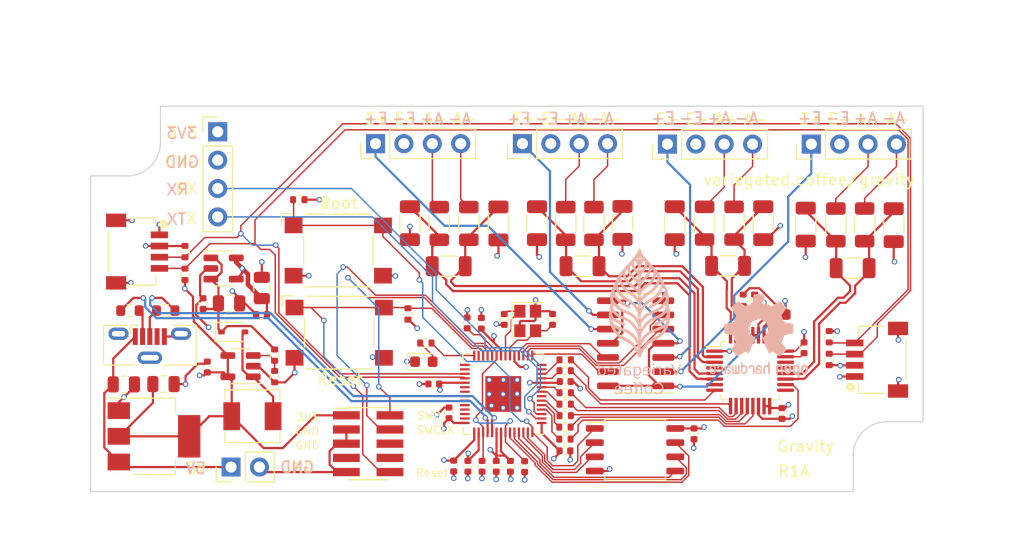
<source format=kicad_pcb>
(kicad_pcb (version 20221018) (generator pcbnew)
  (layers (0 "F.Cu" signal) (1 "In1.Cu" power "In1.Cu-PWR") (2 "In2.Cu" power "In2.Cu-GND") (31 "B.Cu" signal) (34 "B.Paste" user) (35 "F.Paste" user) (36 "B.SilkS" user "B.Silkscreen") (37 "F.SilkS" user "F.Silkscreen") (38 "B.Mask" user) (39 "F.Mask" user) (44 "Edge.Cuts" user))
  (net 0 "")
  (net 1 "Net-(U1-XIN)")
  (net 2 "GND")
  (net 3 "Net-(U1-XOUT)")
  (net 4 "Net-(U1-VREG_VOUT)")
  (net 5 "AVCC")
  (net 6 "Net-(U5-REFOUT)")
  (net 7 "Net-(D1-A)")
  (net 8 "RP2040_USB_VBUS")
  (net 9 "/RP2040_USB_POST_R_DN")
  (net 10 "/RP2040_USB_POST_R_DP")
  (net 12 "RP2040_SWD")
  (net 13 "RP2040_SWCLK")
  (net 17 "RP2040_RESETn")
  (net 18 "QWIIC_SCL")
  (net 19 "QWIIC_SDA")
  (net 20 "RP2040_BOOTSEL")
  (net 21 "RP2040_USB_PRE_R_DP")
  (net 22 "RP2040_USB_PRE_R_DN")
  (net 33 "RP2040_QSPI_SD3")
  (net 34 "RP2040_QSPI_SCK")
  (net 35 "RP2040_QSPI_SD0")
  (net 36 "RP2040_QSPI_SD2")
  (net 37 "RP2040_QSPI_SD1")
  (net 40 "REFN0")
  (net 41 "REFP0")
  (net 42 "EXCITATION1")
  (net 43 "LOAD_CELL_1_P")
  (net 44 "LOAD_CELL_1_N")
  (net 45 "EXCITATION2")
  (net 46 "LOAD_CELL_2_P")
  (net 47 "LOAD_CELL_2_N")
  (net 48 "EXCITATION3")
  (net 49 "LOAD_CELL_3_P")
  (net 50 "LOAD_CELL_3_N")
  (net 51 "EXCITATION4")
  (net 52 "LOAD_CELL_4_P")
  (net 53 "LOAD_CELL_4_N")
  (net 54 "ADS124S08_SCLK")
  (net 55 "ADS124S08_MOSI")
  (net 56 "ADS124S08_MISO")
  (net 57 "ADS124S08_CS")
  (net 58 "ADS124S08_DRDY")
  (net 59 "ADS124S08_START_SYNC")
  (net 60 "EXCITATION1_EN")
  (net 61 "EXCITATION2_EN")
  (net 62 "EXCITATION3_EN")
  (net 63 "EXCITATION4_EN")
  (net 64 "Net-(J5-Pin_3)")
  (net 65 "Net-(J5-Pin_4)")
  (net 66 "Net-(J6-Pin_3)")
  (net 67 "Net-(J6-Pin_4)")
  (net 68 "Net-(J7-Pin_3)")
  (net 69 "Net-(J7-Pin_4)")
  (net 70 "Net-(J8-Pin_3)")
  (net 71 "Net-(J8-Pin_4)")
  (net 75 "RP2040_UART0_TX")
  (net 76 "RP2040_UART0_RX")
  (net 77 "Net-(U1-GPIO17)")
  (net 79 "ADS124S08_RESETn")
  (net 80 "Net-(U5-RESET_N)")
  (net 81 "Net-(U5-DRDY_N)")
  (net 82 "Net-(U5-DOUT_DRDY_N)")
  (net 83 "Net-(U5-SCLK)")
  (net 84 "Net-(U5-DIN)")
  (net 85 "Net-(U5-CS_N)")
  (net 86 "Net-(U5-START_SYNC)")
  (net 87 "Net-(D2-K)")
  (net 88 "Net-(U3-FB)")
  (net 89 "QWIIC_VIN")
  (net 94 "Net-(D2-A)")
  (footprint "Capacitor_SMD:C_0402_1005Metric" (layer "F.Cu") (at 86.473 102.932 -90)
    (fp_text reference "C11" hide)
    (fp_text value "100 nF, >10V, X6S")
  )
  (footprint "Crystal:Crystal_SMD_2520-4Pin_2.5x2.0mm" (layer "F.Cu") (at 90.616 102.729 -90)
    (fp_text reference "Y1" hide)
    (fp_text value "XYDBPCNANF-12MHZ")
  )
  (footprint "Resistor_SMD:R_0603_1608Metric" (layer "F.Cu") (at 55.02 101.8 180)
    (fp_text reference "R6" hide)
    (fp_text value "27R")
  )
  (footprint "Resistor_SMD:R_0402_1005Metric" (layer "F.Cu") (at 93.95 113.3 180)
    (fp_text reference "R20" hide)
    (fp_text value "47R")
  )
  (footprint "Capacitor_SMD:C_0402_1005Metric" (layer "F.Cu") (at 88.522 102.588 -90)
    (fp_text reference "C2" hide)
    (fp_text value "12 pF")
  )
  (footprint "Capacitor_SMD:C_0402_1005Metric" (layer "F.Cu") (at 61.565 101.175 -90)
    (fp_text reference "C33" hide)
    (fp_text value "1 uF, >10V, X5R")
  )
  (footprint "Connector_PinHeader_2.54mm:PinHeader_1x04_P2.54mm_Vertical" (layer "F.Cu") (at 62.875 85.795)
    (fp_text reference "J10" hide)
    (fp_text value "Conn_01x04")
  )
  (footprint "Capacitor_SMD:C_0402_1005Metric" (layer "F.Cu") (at 66.8 102.15)
    (fp_text reference "C35" hide)
    (fp_text value "1 uF, >10V, X5R")
  )
  (footprint "Capacitor_SMD:C_0402_1005Metric" (layer "F.Cu") (at 83.58 110.95 -90)
    (fp_text reference "C9" hide)
    (fp_text value "100 nF, >10V, X6S")
  )
  (footprint "Resistor_SMD:R_0603_1608Metric" (layer "F.Cu") (at 58.22 101.8)
    (fp_text reference "R5" hide)
    (fp_text value "27R")
  )
  (footprint "Capacitor_SMD:C_0402_1005Metric" (layer "F.Cu") (at 83.9935 115.704 -90)
    (fp_text reference "C13" hide)
    (fp_text value "100 nF, >10V, X6S")
  )
  (footprint "Resistor_SMD:R_1206_3216Metric" (layer "F.Cu") (at 106.449 93.975 -90)
    (fp_text reference "R15" hide)
    (fp_text value "6K04 1%")
  )
  (footprint "Package_TO_SOT_SMD:SOT-223-3_TabPin2" (layer "F.Cu") (at 57.175 113.05)
    (fp_text reference "U4" hide)
    (fp_text value "AMS1117-3.3")
  )
  (footprint "Resistor_SMD:R_0402_1005Metric" (layer "F.Cu") (at 117.602 106.172 90)
    (fp_text reference "R9" hide)
    (fp_text value "10K")
  )
  (footprint "MountingHole:MountingHole_2.5mm" (layer "F.Cu") (at 108.75 115)
    (fp_text reference "H2" hide)
    (fp_text value "MountingHole")
  )
  (footprint "Capacitor_SMD:C_0805_2012Metric" (layer "F.Cu") (at 58.025 108.375)
    (fp_text reference "C39" hide)
    (fp_text value "10µF")
  )
  (footprint "Capacitor_SMD:C_1206_3216Metric" (layer "F.Cu") (at 80.075 93.975 90)
    (fp_text reference "C21" hide)
    (fp_text value "5.1 nF")
  )
  (footprint "Capacitor_SMD:C_1206_3216Metric" (layer "F.Cu") (at 99.1 93.95 -90)
    (fp_text reference "C25" hide)
    (fp_text value "5.1 nF")
  )
  (footprint "Capacitor_SMD:C_0402_1005Metric" (layer "F.Cu") (at 89.0735 115.732 90)
    (fp_text reference "C8" hide)
    (fp_text value "100 nF, >10V, X6S")
  )
  (footprint "Resistor_SMD:R_1206_3216Metric" (layer "F.Cu") (at 118.199 94.125 -90)
    (fp_text reference "R17" hide)
    (fp_text value "6K04 1%")
  )
  (footprint "Capacitor_SMD:C_0402_1005Metric" (layer "F.Cu") (at 86.5335 115.732 -90)
    (fp_text reference "C3" hide)
    (fp_text value "1 uF, >10V, X5R")
  )
  (footprint "Capacitor_SMD:C_0805_2012Metric" (layer "F.Cu") (at 54.475 108.4)
    (fp_text reference "C36" hide)
    (fp_text value "10µF")
  )
  (footprint "Package_TO_SOT_SMD:SOT-23-5" (layer "F.Cu") (at 64.92 106.77 180)
    (fp_text reference "U3" hide)
    (fp_text value "AP3012")
  )
  (footprint "Button_Switch_SMD:SW_SPST_Omron_B3FS-100xP" (layer "F.Cu") (at 73.6675 96.425)
    (fp_text reference "SW1" hide)
    (fp_text value "SW_Push")
  )
  (footprint "Connector_PinHeader_2.54mm:PinHeader_1x04_P2.54mm_Vertical" (layer "F.Cu") (at 90.146 86.86 90)
    (fp_text reference "J6" hide)
    (fp_text value "Conn_01x04")
  )
  (footprint "Resistor_SMD:R_0402_1005Metric" (layer "F.Cu") (at 79.9 102.1 -90)
    (fp_text reference "R1" hide)
    (fp_text value "4K7")
  )
  (footprint "Capacitor_SMD:C_0402_1005Metric" (layer "F.Cu") (at 93.975 108.15 180)
    (fp_text reference "C6" hide)
    (fp_text value "100 nF, >10V, X6S")
  )
  (footprint "Diode_SMD:D_SOD-323" (layer "F.Cu") (at 64.2625 103.71)
    (fp_text reference "D2" hide)
    (fp_text value "D_Schottky")
  )
  (footprint "Connector_PinHeader_2.54mm:PinHeader_1x02_P2.54mm_Vertical" (layer "F.Cu") (at 64.07 115.8 90)
    (fp_text reference "J9" hide)
    (fp_text value "Conn_01x02")
  )
  (footprint "Resistor_SMD:R_1206_3216Metric" (layer "F.Cu") (at 96.548 94 -90)
    (fp_text reference "R14" hide)
    (fp_text value "6K04 1%")
  )
  (footprint "Resistor_SMD:R_0402_1005Metric" (layer "F.Cu") (at 70.125 91.875)
    (fp_text reference "R3" hide)
    (fp_text value "4K7")
  )
  (footprint "Connector_PinHeader_2.54mm:PinHeader_1x04_P2.54mm_Vertical" (layer "F.Cu") (at 116 86.9 90)
    (fp_text reference "J8" hide)
    (fp_text value "Conn_01x04")
  )
  (footprint "Connector_PinHeader_1.27mm:PinHeader_2x05_P1.27mm_Vertical_SMD" (layer "F.Cu") (at 76.34 113.71)
    (fp_text reference "J2" hide)
    (fp_text value "Conn_02x05_Odd_Even")
  )
  (footprint "Capacitor_SMD:C_0402_1005Metric" (layer "F.Cu") (at 105.5 112.825 90)
    (fp_text reference "C15" hide)
    (fp_text value "100 nF, >10V, X6S")
  )
  (footprint "Capacitor_SMD:C_0402_1005Metric" (layer "F.Cu") (at 90.3435 115.76 -90)
    (fp_text reference "C4" hide)
    (fp_text value "100 nF, >10V, X6S")
  )
  (footprint "LED_SMD:LED_0603_1608Metric" (layer "F.Cu") (at 81.325 106.375)
    (fp_text reference "D1" hide)
    (fp_text value "KT-0603W")
  )
  (footprint "Capacitor_SMD:C_1206_3216Metric" (layer "F.Cu") (at 115.5 94.1 90)
    (fp_text reference "C30" hide)
    (fp_text value "5.1 nF")
  )
  (footprint "Connector_PinHeader_2.54mm:PinHeader_1x04_P2.54mm_Vertical" (layer "F.Cu") (at 77 86.86 90)
    (fp_text reference "J5" hide)
    (fp_text value "Conn_01x04")
  )
  (footprint "Package_SO:SOIC-8_5.23x5.23mm_P1.27mm" (layer "F.Cu") (at 100.225 114.25)
    (fp_text reference "U12" hide)
    (fp_text value "W25Q128JVS")
  )
  (footprint "Capacitor_SMD:C_0805_2012Metric" (layer "F.Cu") (at 63.89 101.15)
    (fp_text reference "C34" hide)
    (fp_text value "10µF")
  )
  (footprint "Capacitor_SMD:C_1206_3216Metric" (layer "F.Cu") (at 103.775 93.975 90)
    (fp_text reference "C27" hide)
    (fp_text value "5.1 nF")
  )
  (footprint "Capacitor_SMD:C_0402_1005Metric" (layer "F.Cu") (at 61.945 106.845 90)
    (fp_text reference "C38" hide)
    (fp_text value "1 uF, >10V, X5R")
  )
  (footprint "Resistor_SMD:R_0402_1005Metric" (layer "F.Cu") (at 93.975 106.2 180)
    (fp_text reference "R26" hide)
    (fp_text value "47R")
  )
  (footprint "Capacitor_SMD:C_0402_1005Metric" (layer "F.Cu") (at 82.2155 108.366)
    (fp_text reference "C10" hide)
    (fp_text value "100 nF, >10V, X6S")
  )
  (footprint "Resistor_SMD:R_1206_3216Metric" (layer "F.Cu") (at 94.024 94 -90)
    (fp_text reference "R13" hide)
    (fp_text value "6K04 1%")
  )
  (footprint "Capacitor_SMD:C_1206_3216Metric" (layer "F.Cu") (at 108.55 97.8)
    (fp_text reference "C29" hide)
    (fp_text value "51 nF")
  )
  (footprint "Resistor_SMD:R_0402_1005Metric" (layer "F.Cu") (at 67.97 105.785 -90)
    (fp_text reference "R4" hide)
    (fp_text value "47K")
  )
  (footprint "Capacitor_SMD:C_0402_1005Metric" (layer "F.Cu") (at 115.35 105.125 90)
    (fp_text reference "C17" hide)
    (fp_text value "1 uF, >10V, X5R")
  )
  (footprint "Resistor_SMD:R_1206_3216Metric" (layer "F.Cu") (at 109.087 93.975 -90)
    (fp_text reference "R16" hide)
    (fp_text value "6K04 1%")
  )
  (footprint "Inductor_SMD:L_Sunlord_MWSA0402S" (layer "F.Cu") (at 65.98 111.25)
    (fp_text reference "L1" hide)
    (fp_text value "4.7 µH")
  )
  (footprint "Capacitor_SMD:C_1206_3216Metric" (layer "F.Cu") (at 91.45 93.975 90)
    (fp_text reference "C24" hide)
    (fp_text value "5.1 nF")
  )
  (footprint "Package_DFN_QFN:QFN-56-1EP_7x7mm_P0.4mm_EP3.2x3.2mm" (layer "F.Cu") (at 88.43 109.258 180)
    (fp_text reference "U1" hide)
    (fp_text value "RP2040")
  )
  (footprint "Resistor_SMD:R_0402_1005Metric" (layer "F.Cu") (at 93.975 110.175 180)
    (fp_text reference "R23" hide)
    (fp_text value "47R")
  )
  (footprint "Resistor_SMD:R_0402_1005Metric" (layer "F.Cu") (at 59.944 96.52 -90)
    (fp_text reference "R7" hide)
    (fp_text value "10K")
  )
  (footprint "MountingHole:MountingHole_2.5mm" (layer "F.Cu") (at 68.75 86.5)
    (fp_text reference "H1" hide)
    (fp_text value "MountingHole")
  )
  (footprint "SM04B-SRSS-TB_LF__SN_:JST_SM04B-SRSS-TB_LF__SN_" (layer "F.Cu") (at 119.888 106.196 90)
    (fp_text reference "J4" hide)
    (fp_text value "SM04B-SRSS-TB(LF)(SN)")
  )
  (footprint "Resistor_SMD:R_0402_1005Metric" (layer "F.Cu") (at 59.944 98.552 -90)
    (fp_text reference "R8" hide)
    (fp_text value "10K")
  )
  (footprint "Resistor_SMD:R_0402_1005Metric" (layer "F.Cu") (at 93.975 109.15 180)
    (fp_text reference "R24" hide)
    (fp_text value "47R")
  )
  (footprint "Capacitor_SMD:C_1206_3216Metric" (layer "F.Cu") (at 119.7 98)
    (fp_text reference "C32" hide)
    (fp_text value "51 nF")
  )
  (footprint "Capacitor_SMD:C_0402_1005Metric" (layer "F.Cu") (at 110.375 102.35)
    (fp_text reference "C19" hide)
    (fp_text value "10nF")
  )
  (footprint "Connector_USB:USB_Micro-B_Molex-105133-0001" (layer "F.Cu") (at 56.8 104.945)
    (fp_text reference "J1" hide)
    (fp_text value "USB_B_Micro")
  )
  (footprint "Resistor_SMD:R_0402_1005Metric" (layer "F.Cu") (at 109.9 100.875 -90)
    (fp_text reference "R27" hide)
    (fp_text value "100R")
  )
  (footprint "Resistor_SMD:R_1206_3216Metric" (layer "F.Cu") (at 82.7 94 -90)
    (fp_text reference "R11" hide)
    (fp_text value "6K04 1%")
  )
  (footprint "Resistor_SMD:R_1206_3216Metric" (layer "F.Cu") (at 120.775 94.125 -90)
    (fp_text reference "R18" hide)
    (fp_text value "6K04 1%")
  )
  (footprint "Capacitor_SMD:C_0402_1005Metric" (layer "F.Cu") (at 85.2635 115.732 -90)
    (fp_text reference "C14" hide)
    (fp_text value "1 uF, >10V, X5R")
  )
  (footprint "Capacitor_SMD:C_0402_1005Metric" (layer "F.Cu") (at 87.8035 115.732 -90)
    (fp_text reference "C12" hide)
    (fp_text value "100 nF, >10V, X6S")
  )
  (footprint "Resistor_SMD:R_0402_1005Metric" (layer "F.Cu") (at 81.5 104.7 180)
    (fp_text reference "R2" hide)
    (fp_text value "120R")
  )
  (footprint "Capacitor_SMD:C_1206_3216Metric" (layer "F.Cu") (at 123.375 94.15 -90)
    (fp_text reference "C31" hide)
    (fp_text value "5.1 nF")
  )
  (footprint "Package_QFP:LQFP-32_5x5mm_P0.5mm" (layer "F.Cu") (at 110.52 107.176)
    (fp_text reference "U5" hide)
    (fp_text value "ADS124S08IPBSR")
  )
  (footprint "Resistor_SMD:R_0402_1005Metric" (layer "F.Cu") (at 117.602 104.14 90)
    (fp_text reference "R10" hide)
    (fp_text value "10K")
  )
  (footprint "Package_SO:SO-14_3.9x8.65mm_P1.27mm" (layer "F.Cu") (at 100.275 104.725 180)
    (fp_text reference "U2" hide)
    (fp_text value "74HCT4066PW")
  )
  (footprint "SM04B-SRSS-TB_LF__SN_:JST_SM04B-SRSS-TB_LF__SN_" (layer "F.Cu") (at 57.658 96.52 -90)
    (fp_text reference "J3" hide)
    (fp_text value "SM04B-SRSS-TB(LF)(SN)")
  )
  (footprint "Capacitor_SMD:C_1206_3216Metric" (layer "F.Cu") (at 88 94 -90)
    (fp_text reference "C22" hide)
    (fp_text value "5.1 nF")
  )
  (footprint "Capacitor_SMD:C_1206_3216Metric" (layer "F.Cu") (at 95.525 97.825)
    (fp_text reference "C26" hide)
    (fp_text value "51 nF")
  )
  (footprint "Resistor_SMD:R_0402_1005Metric" (layer "F.Cu") (at 93.975 111.2 180)
    (fp_text reference "R22" hide)
    (fp_text value "47R")
  )
  (footprint "Button_Switch_SMD:SW_SPST_Omron_B3FS-100xP" (layer "F.Cu") (at 73.75 103.775)
    (fp_text reference "SW2" hide)
    (fp_text value "SW_Push")
  )
  (footprint "Resistor_SMD:R_0402_1005Metric" (layer "F.Cu") (at 110.925 100.875 -90)
    (fp_text reference "R28" hide)
    (fp_text value "100R")
  )
  (footprint "Connector_PinHeader_2.54mm:PinHeader_1x04_P2.54mm_Vertical" (layer "F.Cu") (at 103.124 86.9 90)
    (fp_text reference "J7" hide)
    (fp_text value "Conn_01x04")
  )
  (footprint "Capacitor_SMD:C_0402_1005Metric" (layer "F.Cu") (at 113.375 111 -90)
    (fp_text reference "C18" hide)
    (fp_text value "100 nF, >10V, X6S")
  )
  (footprint "Resistor_SMD:R_0402_1005Metric" (layer "F.Cu") (at 93.95 112.225 180)
    (fp_text reference "R21" hide)
    (fp_text value "47R")
  )
  (footprint "Capacitor_SMD:C_1206_3216Metric" (layer "F.Cu") (at 83.55 97.825)
    (fp_text reference "C23" hide)
    (fp_text value "51 nF")
  )
  (footprint "Capacitor_SMD:C_0402_1005Metric" (layer "F.Cu") (at 85.203 102.904 90)
    (fp_text reference "C5" hide)
    (fp_text value "100 nF, >10V, X6S")
  )
  (footprint "Package_TO_SOT_SMD:TSOT-23-5" (layer "F.Cu") (at 63.4 98.03)
    (fp_text reference "U6" hide)
    (fp_text value "ADP7118")
  )
  (footprint "Resistor_SMD:R_0402_1005Metric" (layer "F.Cu") (at 93.975 107.175 180)
    (fp_text reference "R25" hide)
    (fp_text value "47R")
  )
  (footprint "Capacitor_SMD:C_1206_3216Metric" (layer "F.Cu") (at 111.7 93.975 -90)
    (fp_text reference "C28" hide)
    (fp_text value "5.1 nF")
  )
  (footprint "Capacitor_SMD:C_0402_1005Metric" (layer "F.Cu") (at 93.95 114.35 180)
    (fp_text reference "C7" hide)
    (fp_text value "100 nF, >10V, X6S")
  )
  (footprint "Resistor_SMD:R_0402_1005Metric" (layer "F.Cu") (at 67.97 107.71 -90)
    (fp_text reference "R19" hide)
    (fp_text value "10K")
  )
  (footprint "Resistor_SMD:R_1206_3216Metric" (layer "F.Cu") (at 85.35 94 -90)
    (fp_text reference "R12" hide)
    (fp_text value "6K04 1%")
  )
  (footprint "Capacitor_SMD:C_0603_1608Metric" (layer "F.Cu") (at 112.925 102.15 180)
    (fp_text reference "C16" hide)
    (fp_text value "330 nF")
  )
  (footprint "Capacitor_SMD:C_0402_1005Metric" (layer "F.Cu") (at 92.84 102.588 90)
    (fp_text reference "C1" hide)
    (fp_text value "12 pF")
  )
  (footprint "Capacitor_SMD:C_0805_2012Metric" (layer "F.Cu") (at 66.825 99.775 90)
    (fp_text reference "C20" hide)
    (fp_text value "10µF")
  )
  (footprint "Symbol:OSHW-Logo2_9.8x8mm_SilkScreen" (layer "B.Cu") (at 111.3 104.05 180)
    (fp_text reference "REF**" hide)
    (fp_text value "OSHW-Logo2_9.8x8mm_SilkScreen" hide)
  )
  (footprint "VariegatedCoffeeLogo:VariegatedCoffeeLogo_Small" (layer "B.Cu") (at 100.552717 109.3769 180)
    (fp_text reference "REF**" hide)
    (fp_text value "VariegatedCoffeeLogo_Small" hide)
  )
  (gr_arc locked (start 57.75 86.75) (mid 56.87132 88.87132) (end 54.75 89.75) (stroke (width 0.1)) (layer "Edge.Cuts"))
  (gr_line locked (start 119.75 114.75) (end 119.75 118) (stroke (width 0.1)) (layer "Edge.Cuts"))
  (gr_arc locked (start 119.75 114.75) (mid 120.62868 112.62868) (end 122.75 111.75) (stroke (width 0.1)) (layer "Edge.Cuts"))
  (gr_line locked (start 51.5 118) (end 51.5 89.75) (stroke (width 0.1)) (layer "Edge.Cuts"))
  (gr_line locked (start 57.75 83.5) (end 126 83.5) (stroke (width 0.1)) (layer "Edge.Cuts"))
  (gr_line locked (start 119.75 118) (end 51.5 118) (stroke (width 0.1)) (layer "Edge.Cuts"))
  (gr_line locked (start 126 83.5) (end 126 111.75) (stroke (width 0.1)) (layer "Edge.Cuts"))
  (gr_line locked (start 51.5 89.75) (end 54.75 89.75) (stroke (width 0.1)) (layer "Edge.Cuts"))
  (gr_line locked (start 126 111.75) (end 122.75 111.75) (stroke (width 0.1)) (layer "Edge.Cuts"))
  (gr_line locked (start 57.75 86.75) (end 57.75 83.5) (stroke (width 0.1)) (layer "Edge.Cuts"))
  (gr_text "E-" (at 93.490238 85.2) (layer "B.SilkS") (effects (font (size 1 1)) (justify left bottom mirror)))
  (gr_text "E+" (at 103.900238 85.15) (layer "B.SilkS") (effects (font (size 1 1)) (justify left bottom mirror)))
  (gr_text "A-" (at 111.360238 85.15) (layer "B.SilkS") (effects (font (size 1 1)) (justify left bottom mirror)))
  (gr_text "E+" (at 78.200238 85.2) (layer "B.SilkS") (effects (font (size 1 1)) (justify left bottom mirror)))
  (gr_text "A+" (at 95.945238 85.2) (layer "B.SilkS") (effects (font (size 1 1)) (justify left bottom mirror)))
  (gr_text "A-" (at 98.435238 85.2) (layer "B.SilkS") (effects (font (size 1 1)) (justify left bottom mirror)))
  (gr_text "TX" (at 60.147618 94.2) (layer "B.SilkS") (effects (font (size 1 1)) (justify left bottom mirror)))
  (gr_text "E+" (at 90.975238 85.2) (layer "B.SilkS") (effects (font (size 1 1)) (justify left bottom mirror)))
  (gr_text "A+" (at 83.170238 85.2) (layer "B.SilkS") (effects (font (size 1 1)) (justify left bottom mirror)))
  (gr_text "E-" (at 106.415238 85.15) (layer "B.SilkS") (effects (font (size 1 1)) (justify left bottom mirror)))
  (gr_text "3V3" (at 61.147618 86.5) (layer "B.SilkS") (effects (font (size 1 1)) (justify left bottom mirror)))
  (gr_text "E+" (at 117.025238 85.15) (layer "B.SilkS") (effects (font (size 1 1)) (justify left bottom mirror)))
  (gr_text "RX" (at 60.347618 91.55) (layer "B.SilkS") (effects (font (size 1 1)) (justify left bottom mirror)))
  (gr_text "A-" (at 85.660238 85.2) (layer "B.SilkS") (effects (font (size 1 1)) (justify left bottom mirror)))
  (gr_text "A+" (at 121.995238 85.15) (layer "B.SilkS") (effects (font (size 1 1)) (justify left bottom mirror)))
  (gr_text "5V" (at 61.9 116.5) (layer "B.SilkS") (effects (font (size 1 1)) (justify left bottom mirror)))
  (gr_text "GND" (at 61.322618 89.1) (layer "B.SilkS") (effects (font (size 1 1)) (justify left bottom mirror)))
  (gr_text "E-" (at 80.715238 85.2) (layer "B.SilkS") (effects (font (size 1 1)) (justify left bottom mirror)))
  (gr_text "GND" (at 71.6 116.4) (layer "B.SilkS") (effects (font (size 1 1)) (justify left bottom mirror)))
  (gr_text "A+" (at 108.870238 85.15) (layer "B.SilkS") (effects (font (size 1 1)) (justify left bottom mirror)))
  (gr_text "E-" (at 119.540238 85.15) (layer "B.SilkS") (effects (font (size 1 1)) (justify left bottom mirror)))
  (gr_text "A-" (at 124.485238 85.15) (layer "B.SilkS") (effects (font (size 1 1)) (justify left bottom mirror)))
  (gr_text "E-" (at 78.565 85.2) (layer "F.SilkS") (effects (font (size 1 1)) (justify left bottom)))
  (gr_text "GND" (at 69.755 113.02) (layer "F.SilkS") (effects (font (size 0.7 0.7) (thickness 0.1)) (justify left bottom)))
  (gr_text "Boot" (at 71.9 92.75) (layer "F.SilkS") (effects (font (size 1 1)) (justify left bottom)))
  (gr_text "E+" (at 114.785 85.25) (layer "F.SilkS") (effects (font (size 1 1)) (justify left bottom)))
  (gr_text "Gravity" (at 112.85 114.525) (layer "F.SilkS") (effects (font (size 1 1)) (justify left bottom)))
  (gr_text "5V" (at 59.98 116.49) (layer "F.SilkS") (effects (font (size 1 1)) (justify left bottom)))
  (gr_text "E-" (at 91.69 85.2) (layer "F.SilkS") (effects (font (size 1 1)) (justify left bottom)))
  (gr_text "E-" (at 104.615 85.25) (layer "F.SilkS") (effects (font (size 1 1)) (justify left bottom)))
  (gr_text "SWD" (at 80.66 111.62) (layer "F.SilkS") (effects (font (size 0.7 0.7) (thickness 0.1)) (justify left bottom)))
  (gr_text "3V3" (at 58.2 86.425) (layer "F.SilkS") (effects (font (size 1 1)) (justify left bottom)))
  (gr_text "TX" (at 59.2 94.125) (layer "F.SilkS") (effects (font (size 1 1)) (justify left bottom)))
  (gr_text "A+" (at 94.275 85.2) (layer "F.SilkS") (effects (font (size 1 1)) (justify left bottom)))
  (gr_text "A-" (at 109.85 85.25) (layer "F.SilkS") (effects (font (size 1 1)) (justify left bottom)))
  (gr_text "A-" (at 122.625 85.25) (layer "F.SilkS") (effects (font (size 1 1)) (justify left bottom)))
  (gr_text "R1A" (at 112.95 116.775) (layer "F.SilkS") (effects (font (size 1 1)) (justify left bottom)))
  (gr_text "variegated.coffee/gravity" (at 106.25 90.67) (layer "F.SilkS") (effects (font (size 1 1)) (justify left bottom)))
  (gr_text "A-" (at 96.925 85.2) (layer "F.SilkS") (effects (font (size 1 1)) (justify left bottom)))
  (gr_text "E-" (at 117.39 85.25) (layer "F.SilkS") (effects (font (size 1 1)) (justify left bottom)))
  (gr_text "RX" (at 59 91.475) (layer "F.SilkS") (effects (font (size 1 1)) (justify left bottom)))
  (gr_text "GND" (at 58.025 89.025) (layer "F.SilkS") (effects (font (size 1 1)) (justify left bottom)))
  (gr_text "SWCLK" (at 80.61 112.89) (layer "F.SilkS") (effects (font (size 0.7 0.7) (thickness 0.1)) (justify left bottom)))
  (gr_text "E+" (at 102.01 85.25) (layer "F.SilkS") (effects (font (size 1 1)) (justify left bottom)))
  (gr_text "GND" (at 69.78 114.27) (layer "F.SilkS") (effects (font (size 0.7 0.7) (thickness 0.1)) (justify left bottom)))
  (gr_text "GND" (at 68.43 116.39) (layer "F.SilkS") (effects (font (size 1 1)) (justify left bottom)))
  (gr_text "E+" (at 89.085 85.2) (layer "F.SilkS") (effects (font (size 1 1)) (justify left bottom)))
  (gr_text "Reset" (at 80.56 116.72) (layer "F.SilkS") (effects (font (size 0.7 0.7) (thickness 0.1)) (justify left bottom)))
  (gr_text "E+" (at 75.96 85.2) (layer "F.SilkS") (effects (font (size 1 1)) (justify left bottom)))
  (gr_text "A+" (at 81.15 85.2) (layer "F.SilkS") (effects (font (size 1 1)) (justify left bottom)))
  (gr_text "A-" (at 83.8 85.2) (layer "F.SilkS") (effects (font (size 1 1)) (justify left bottom)))
  (gr_text "A+" (at 119.975 85.25) (layer "F.SilkS") (effects (font (size 1 1)) (justify left bottom)))
  (gr_text "Reset" (at 71.65 108.55) (layer "F.SilkS") (effects (font (size 1 1)) (justify left bottom)))
  (gr_text "3V3" (at 69.88 111.77) (layer "F.SilkS") (effects (font (size 0.7 0.7) (thickness 0.1)) (justify left bottom)))
  (gr_text "A+" (at 107.2 85.25) (layer "F.SilkS") (effects (font (size 1 1)) (justify left bottom)))
  (segment (start 89.03 105.095) (end 89.6825 104.4425) (width 0.127) (layer "F.Cu") (net 1))
  (segment (start 89.6825 104.4425) (end 90.5525 104.4425) (width 0.127) (layer "F.Cu") (net 1))
  (segment (start 89.03 105.8205) (end 89.03 105.095) (width 0.127) (layer "F.Cu") (net 1))
  (segment (start 91.316 103.679) (end 91.316 103.604) (width 0.127) (layer "F.Cu") (net 1))
  (segment (start 92.304 103.604) (end 91.316 103.604) (width 0.127) (layer "F.Cu") (net 1))
  (segment (start 92.84 103.068) (end 92.304 103.604) (width 0.127) (layer "F.Cu") (net 1))
  (segment (start 90.5525 104.4425) (end 91.316 103.679) (width 0.127) (layer "F.Cu") (net 1))
  (segment (start 108.674 105.426) (end 108.675 105.425) (width 0.2) (layer "F.Cu") (net 2))
  (segment (start 85.2635 116.8115) (end 85.25 116.825) (width 0.2) (layer "F.Cu") (net 2))
  (segment (start 110.925 100.365) (end 111.04 100.365) (width 0.2) (layer "F.Cu") (net 2))
  (segment (start 123.763 104.388) (end 123.8 104.425) (width 0.2) (layer "F.Cu") (net 2))
  (segment (start 114.07 111.48) (end 114.3 111.25) (width 0.2) (layer "F.Cu") (net 2))
  (segment (start 72.89 114.38) (end 72.89 115.58) (width 0.2) (layer "F.Cu") (net 2))
  (segment (start 61.3 100.43) (end 61.3 98.643604) (width 0.2) (layer "F.Cu") (net 2))
  (segment (start 115.5 97) (end 115.475 97.025) (width 0.2) (layer "F.Cu") (net 2))
  (segment (start 67.97 108.22) (end 68.905 108.22) (width 0.2) (layer "F.Cu") (net 2))
  (segment (start 90.016 102.729) (end 91.216 102.729) (width 0.2) (layer "F.Cu") (net 2))
  (segment (start 55.195 93.72) (end 55.2 93.725) (width 0.2) (layer "F.Cu") (net 2))
  (segment (start 86.473 102.452) (end 86.473 101.727) (width 0.2) (layer "F.Cu") (net 2))
  (segment (start 94.43 115.145) (end 94.425 115.15) (width 0.2) (layer "F.Cu") (net 2))
  (segment (start 67.06 116.25) (end 66.61 115.8) (width 0.2) (layer "F.Cu") (net 2))
  (segment (start 83.9935 116.7935) (end 84 116.8) (width 0.2) (layer "F.Cu") (net 2))
  (segment (start 123.763 108.996) (end 123.763 108.037) (width 0.2) (layer "F.Cu") (net 2))
  (segment (start 91.316 101.854) (end 92.586 101.854) (width 0.2) (layer "F.Cu") (net 2))
  (segment (start 89.916 103.604) (end 89.916 102.829) (width 0.2) (layer "F.Cu") (net 2))
  (segment (start 69.6675 98.675) (end 71.025 98.675) (width 0.2) (layer "F.Cu") (net 2))
  (segment (start 118.579 107.696) (end 118.55 107.725) (width 0.2) (layer "F.Cu") (net 2))
  (segment (start 55.425 108.6) (end 54.5 109.525) (width 0.2) (layer "F.Cu") (net 2))
  (segment (start 99.1 95.425) (end 99.1 96.675) (width 0.2) (layer "F.Cu") (net 2))
  (segment (start 112.15 101.475) (end 111.75 101.075) (width 0.2) (layer "F.Cu") (net 2))
  (segment (start 79.825 106.375) (end 79.8 106.35) (width 0.2) (layer "F.Cu") (net 2))
  (segment (start 61.945 106.365) (end 61.75 106.56) (width 0.2) (layer "F.Cu") (net 2))
  (segment (start 111.27 103.03) (end 112.15 102.15) (width 0.2) (layer "F.Cu") (net 2))
  (segment (start 77.6675 98.675) (end 78.75 98.675) (width 0.2) (layer "F.Cu") (net 2))
  (segment (start 89.916 102.829) (end 90.016 102.729) (width 0.2) (layer "F.Cu") (net 2))
  (segment (start 110.77 104.001) (end 111.27 104.001) (width 0.2) (layer "F.Cu") (net 2))
  (segment (start 60.955 102.195) (end 62.06 103.3) (width 0.2) (layer "F.Cu") (net 2))
  (segment (start 111.27 104.001) (end 111.27 103.03) (width 0.2) (layer "F.Cu") (net 2))
  (segment (start 90.3435 116.24) (end 90.3435 116.9435) (width 0.2) (layer "F.Cu") (net 2))
  (segment (start 86.5335 116.8165) (end 86.525 116.825) (width 0.2) (layer "F.Cu") (net 2))
  (segment (start 89.43 105.8205) (end 89.43 106.352975) (width 0.2) (layer "F.Cu") (net 2))
  (segment (start 60 107.65) (end 60 108.375) (width 0.2) (layer "F.Cu") (net 2))
  (segment (start 111.04 100.365) (end 111.75 101.075) (width 0.2) (layer "F.Cu") (net 2))
  (segment (start 91.216 102.729) (end 91.316 102.629) (width 0.2) (layer "F.Cu") (net 2))
  (segment (start 91.45 95.45) (end 91.45 96.8) (width 0.2) (layer "F.Cu") (net 2))
  (segment (start 97.77 116.155) (end 97.95 115.975) (width 0.2) (layer "F.Cu") (net 2))
  (segment (start 119.888 107.696) (end 118.579 107.696) (width 0.2) (layer "F.Cu") (net 2))
  (segment (start 87.8035 116.8965) (end 87.8 116.9) (width 0.2) (layer "F.Cu") (net 2))
  (segment (start 94.455 108.15) (end 94.7 108.15) (width 0.2) (layer "F.Cu") (net 2))
  (segment (start 89.43 106.352975) (end 89.927025 106.85) (width 0.2) (layer "F.Cu") (net 2))
  (segment (start 61.3 98.643604) (end 61.913604 98.03) (width 0.2) (layer "F.Cu") (net 2))
  (segment (start 68.905 108.22) (end 69.775 107.35) (width 0.2) (layer "F.Cu") (net 2))
  (segment (start 55.425 108.4) (end 55.425 108.6) (width 0.2) (layer "F.Cu") (net 2))
  (segment (start 105.5 114.075) (end 105.475 114.1) (width 0.2) (layer "F.Cu") (net 2))
  (segment (start 61.09 106.56) (end 60 107.65) (width 0.2) (layer "F.Cu") (net 2))
  (segment (start 123.375 95.625) (end 123.375 97.35) (width 0.2) (layer "F.Cu") (net 2))
  (segment (start 103.775 96.575) (end 103.925 96.725) (width 0.2) (layer "F.Cu") (net 2))
  (segment (start 113.375 111.48) (end 114.07 111.48) (width 0.2) (layer "F.Cu") (net 2))
  (segment (start 69.75 107.325) (end 69.775 107.35) (width 0.2) (layer "F.Cu") (net 2))
  (segment (start 85.2635 116.212) (end 85.2635 116.8115) (width 0.2) (layer "F.Cu") (net 2))
  (segment (start 99.1 96.675) (end 99.05 96.725) (width 0.2) (layer "F.Cu") (net 2))
  (segment (start 64.84 101.15) (end 65.32 101.15) (width 0.2) (layer "F.Cu") (net 2))
  (segment (start 111.7 95.45) (end 111.975 95.45) (width 0.2) (layer "F.Cu") (net 2))
  (segment (start 102.75 100.915) (end 102.75 99.975) (width 0.2) (layer "F.Cu") (net 2))
  (segment (start 83.9935 116.184) (end 83.9935 116.7935) (width 0.2) (layer "F.Cu") (net 2))
  (segment (start 73.56 113.71) (end 72.89 114.38) (width 0.2) (layer "F.Cu") (net 2))
  (segment (start 61.565 100.695) (end 60.955 101.305) (width 0.2) (layer "F.Cu") (net 2))
  (segment (start 58.975 108.375) (end 60 108.375) (width 0.2) (layer "F.Cu") (net 2))
  (segment (start 78.75 98.675) (end 78.775 98.7) (width 0.2) (layer "F.Cu") (net 2))
  (segment (start 88 95.475) (end 88 96.775) (width 0.2) (layer "F.Cu") (net 2))
  (segment (start 58.1 104.12) (end 59.35 104.12) (width 0.2) (layer "F.Cu") (net 2))
  (segment (start 89.0735 116.8735) (end 89.1 116.9) (width 0.2) (layer "F.Cu") (net 2))
  (segment (start 80.934 108.366) (end 80.925 108.375) (width 0.2) (layer "F.Cu") (net 2))
  (segment (start 66.0575 106.77) (end 66.52 106.77) (width 0.2) (layer "F.Cu") (net 2))
  (segment (start 94.43 114.35) (end 94.43 115.145) (width 0.2) (layer "F.Cu") (net 2))
  (segment (start 61.913604 98.03) (end 62.2625 98.03) (width 0.2) (layer "F.Cu") (net 2))
  (segment (start 105.5 113.305) (end 105.5 114.075) (width 0.2) (layer "F.Cu") (net 2))
  (segment (start 123.763 108.037) (end 123.825 107.975) (width 0.2) (layer "F.Cu") (net 2))
  (segment (start 61.565 100.695) (end 61.3 100.43) (width 0.2) (layer "F.Cu") (net 2))
  (segment (start 77.75 106.025) (end 76.794992 106.025) (width 0.2) (layer "F.Cu") (net 2))
  (segment (start 64.84 101.15) (end 64.84 100.71) (width 0.2) (layer "F.Cu") (net 2))
  (segment (start 87.868 103.068) (end 87.8 103) (width 0.2) (layer "F.Cu") (net 2))
  (segment (start 74.39 113.71) (end 73.56 113.71) (width 0.2) (layer "F.Cu") (net 2))
  (segment (start 88.522 103.068) (end 87.868 103.068) (width 0.2) (layer "F.Cu") (net 2))
  (segment (start 59.35 104.12) (end 59.6 103.87) (width 0.2) (layer "F.Cu") (net 2))
  (segment (start 86.473 101.727) (end 86.475 101.725) (width 0.2) (layer "F.Cu") (net 2))
  (segment (start 83.16 110.47) (end 82.51 111.12) (width 0.2) (layer "F.Cu") (net 2))
  (segment (start 113.695 105.426) (end 114.569 105.426) (width 0.127) (layer "F.Cu") (net 2))
  (segment (start 65.32 101.15) (end 66.32 102.15) (width 0.2) (layer "F.Cu") (net 2))
  (segment (start 92.586 101.854) (end 92.84 102.108) (width 0.2) (layer "F.Cu") (net 2))
  (segment (start 60.955 101.305) (end 60.955 102.195) (width 0.2) (layer "F.Cu") (net 2))
  (segment (start 123.763 103.396) (end 123.763 104.388) (width 0.2) (layer "F.Cu") (net 2))
  (segment (start 91.316 100.859) (end 91.325 100.85) (width 0.2) (layer "F.Cu") (net 2))
  (segment (start 91.316 102.629) (end 91.316 101.854) (width 0.2) (layer "F.Cu") (net 2))
  (segment (start 91.45 96.8) (end 91.65 97) (width 0.2) (layer "F.Cu") (net 2))
  (segment (start 54.025 110) (end 54.5 109.525) (width 0.2) (layer "F.Cu") (net 2))
  (segment (start 83.58 110.47) (end 83.16 110.47) (width 0.2) (layer "F.Cu") (net 2))
  (segment (start 76.794992 106.025) (end 76.7335 105.963508) (width 0.2) (layer "F.Cu") (net 2))
  (segment (start 89.927025 106.85) (end 90.475 106.85) (width 0.2) (layer "F.Cu") (net 2))
  (segment (start 54.025 110.75) (end 54.025 110) (width 0.2) (layer "F.Cu") (net 2))
  (segment (start 80.5375 106.375) (end 79.825 106.375) (width 0.2) (layer "F.Cu") (net 2))
  (segment (start 64.84 100.71) (end 64.18 100.05) (width 0.2) (layer "F.Cu") (net 2))
  (segment (start 114.569 105.426) (end 115.35 104.645) (width 0.127) (layer "F.Cu") (net 2))
  (segment (start 96.625 116.155) (end 97.77 116.155) (width 0.2) (layer "F.Cu") (net 2))
  (segment (start 69.75 106.025) (end 69.75 107.325) (width 0.2) (layer "F.Cu") (net 2))
  (segment (start 111.975 95.45) (end 113.225 94.2) (width 0.2) (layer "F.Cu") (net 2))
  (segment (start 80.075 95.45) (end 80.075 94.275) (width 0.2) (layer "F.Cu") (net 2))
  (segment (start 66.52 106.77) (end 67.97 108.22) (width 0.2) (layer "F.Cu") (net 2))
  (segment (start 72.89 115.58) (end 73.56 116.25) (width 0.2) (layer "F.Cu") (net 2))
  (segment (start 85.203 101.747) (end 85.225 101.725) (width 0.2) (layer "F.Cu") (net 2))
  (segment (start 66.825 98.825) (end 66.825 97.45) (width 0.2) (layer "F.Cu") (net 2))
  (segment (start 86.5335 116.212) (end 86.5335 116.8165) (width 0.2) (layer "F.Cu") (net 2))
  (segment (start 113.375 111.48) (end 111.61867 111.48) (width 0.2) (layer "F.Cu") (net 2))
  (segment (start 103.775 95.45) (end 103.775 96.575) (width 0.2) (layer "F.Cu") (net 2))
  (segment (start 61.75 106.56) (end 61.09 106.56) (width 0.2) (layer "F.Cu") (net 2))
  (segment (start 74.39 116.25) (end 67.06 116.25) (width 0.2) (layer "F.Cu") (net 2))
  (segment (start 88 96.775) (end 87.875 96.9) (width 0.2) (layer "F.Cu") (net 2))
  (segment (start 85.203 102.424) (end 85.203 101.747) (width 0.2) (layer "F.Cu") (net 2))
  (segment (start 94.7 108.15) (end 95.325 108.775) (width 0.2) (layer "F.Cu") (net 2))
  (segment (start 87.8035 116.212) (end 87.8035 116.8965) (width 0.2) (layer "F.Cu") (net 2))
  (segment (start 73.56 116.25) (end 74.39 116.25) (width 0.2) (layer "F.Cu") (net 2))
  (segment (start 55.08 99.32) (end 55.1 99.3) (width 0.2) (layer "F.Cu") (net 2))
  (segment (start 111.61867 111.48) (end 111.27 111.13133) (width 0.2) (layer "F.Cu") (net 2))
  (segment (start 57.658 94.108) (end 57.65 94.1) (width 0.2) (layer "F.Cu") (net 2))
  (segment (start 53.783 99.32) (end 55.08 99.32) (width 0.2) (layer "F.Cu") (net 2))
  (segment (start 107.345 105.426) (end 108.674 105.426) (width 0.2) (layer "F.Cu") (net 2))
  (segment (start 111.27 111.13133) (end 111.27 110.351) (width 0.2) (layer "F.Cu") (net 2))
  (segment (start 90.3435 116.9435) (end 90.35 116.95) (width 0.2) (layer "F.Cu") (net 2))
  (segment (start 57.658 95.02) (end 57.658 94.108) (width 0.2) (layer "F.Cu") (net 2))
  (segment (start 89.0735 116.212) (end 89.0735 116.8735) (width 0.2) (layer "F.Cu") (net 2))
  (segment (start 81.7355 108.366) (end 80.934 108.366) (width 0.2) (layer "F.Cu") (net 2))
  (segment (start 53.783 93.72) (end 55.195 93.72) (width 0.2) (layer "F.Cu") (net 2))
  (segment (start 115.35 104.645) (end 115.35 103.7) (width 0.2) (layer "F.Cu") (net 2))
  (segment (start 123.375 97.35) (end 123.45 97.425) (width 0.2) (layer "F.Cu") (net 2))
  (segment (start 91.316 101.854) (end 91.316 100.859) (width 0.2) (layer "F.Cu") (net 2))
  (segment (start 112.15 102.15) (end 112.15 101.475) (width 0.2) (layer "F.Cu") (net 2))
  (segment (start 74.39 112.44) (end 74.39 113.71) (width 0.2) (layer "F.Cu") (net 2))
  (segment (start 115.5 95.575) (end 115.5 97) (width 0.2) (layer "F.Cu") (net 2))
  (via (at 57.65 94.1) (size 0.5) (drill 0.3) (layers "F.Cu" "B.Cu") (net 2))
  (via (at 115.35 103.7) (size 0.5) (drill 0.3) (layers "F.Cu" "B.Cu") (net 2))
  (via (at 114.3 111.25) (size 0.5) (drill 0.3) (layers "F.Cu" "B.Cu") (net 2))
  (via (at 54.5 109.525) (size 0.5) (drill 0.3) (layers "F.Cu" "B.Cu") (net 2))
  (via (at 115.475 97.025) (size 0.5) (drill 0.3) (layers "F.Cu" "B.Cu") (net 2))
  (via (at 76.7335 105.963508) (size 0.5) (drill 0.3) (layers "F.Cu" "B.Cu") (net 2))
  (via (at 87.875 96.9) (size 0.5) (drill 0.3) (layers "F.Cu" "B.Cu") (net 2))
  (via (at 82.51 111.12) (size 0.5) (drill 0.3) (layers "F.Cu" "B.Cu") (net 2))
  (via (at 123.45 97.425) (size 0.5) (drill 0.3) (layers "F.Cu" "B.Cu") (net 2))
  (via (at 87.175 109.275) (size 0.5) (drill 0.3) (layers "F.Cu" "B.Cu") (net 2))
  (via (at 97.95 115.975) (size 0.5) (drill 0.3) (layers "F.Cu" "B.Cu") (net 2))
  (via (at 90.475 106.85) (size 0.5) (drill 0.3) (layers "F.Cu" "B.Cu") (net 2))
  (via (at 99.05 96.725) (size 0.5) (drill 0.3) (layers "F.Cu" "B.Cu") (net 2))
  (via (at 78.775 98.7) (size 0.5) (drill 0.3) (layers "F.Cu" "B.Cu") (net 2))
  (via (at 79.8 106.35) (size 0.5) (drill 0.3) (layers "F.Cu" "B.Cu") (net 2))
  (via (at 102.75 99.975) (size 0.5) (drill 0.3) (layers "F.Cu" "B.Cu") (net 2))
  (via (at 91.65 97) (size 0.5) (drill 0.3) (layers "F.Cu" "B.Cu") (net 2))
  (via (at 123.8 104.425) (size 0.5) (drill 0.3) (layers "F.Cu" "B.Cu") (net 2))
  (via (at 87.375 110.3) (size 0.5) (drill 0.3) (layers "F.Cu" "B.Cu") (net 2))
  (via (at 64.18 100.05) (size 0.5) (drill 0.3) (layers "F.Cu" "B.Cu") (net 2))
  (via (at 87.175 108) (size 0.5) (drill 0.3) (layers "F.Cu" "B.Cu") (net 2))
  (via (at 55.1 99.3) (size 0.5) (drill 0.3) (layers "F.Cu" "B.Cu") (net 2))
  (via (at 90.35 116.95) (size 0.5) (drill 0.3) (layers "F.Cu" "B.Cu") (net 2))
  (via (at 85.225 101.725) (size 0.5) (drill 0.3) (layers "F.Cu" "B.Cu") (net 2))
  (via (at 89.675 108) (size 0.5) (drill 0.3) (layers "F.Cu" "B.Cu") (net 2))
  (via (at 88.425 110.5) (size 0.5) (drill 0.3) (layers "F.Cu" "B.Cu") (net 2))
  (via (at 69.775 107.35) (size 0.5) (drill 0.3) (layers "F.Cu" "B.Cu") (net 2))
  (via (at 108.675 105.425) (size 0.5) (drill 0.3) (layers "F.Cu" "B.Cu") (net 2))
  (via (at 87.8 116.9) (size 0.5) (drill 0.3) (layers "F.Cu" "B.Cu") (net 2))
  (via (at 84 116.8) (size 0.5) (drill 0.3) (layers "F.Cu" "B.Cu") (net 2))
  (via (at 85.25 116.825) (size 0.5) (drill 0.3) (layers "F.Cu" "B.Cu") (net 2))
  (via (at 95.325 108.775) (size 0.5) (drill 0.3) (layers "F.Cu" "B.Cu") (net 2))
  (via (at 66.825 97.45) (size 0.5) (drill 0.3) (layers "F.Cu" "B.Cu") (net 2))
  (via (at 88.425 109.275) (size 0.5) (drill 0.3) (layers "F.Cu" "B.Cu") (net 2))
  (via (at 86.525 116.825) (size 0.5) (drill 0.3) (layers "F.Cu" "B.Cu") (net 2))
  (via (at 94.425 115.15) (size 0.5) (drill 0.3) (layers "F.Cu" "B.Cu") (net 2))
  (via (at 87.8 103) (size 0.5) (drill 0.3) (layers "F.Cu" "B.Cu") (net 2))
  (via (at 103.925 96.725) (size 0.5) (drill 0.3) (layers "F.Cu" "B.Cu") (net 2))
  (via (at 55.2 93.725) (size 0.5) (drill 0.3) (layers "F.Cu" "B.Cu") (net 2))
  (via (at 80.925 108.375) (size 0.5) (drill 0.3) (layers "F.Cu" "B.Cu") (net 2))
  (via (at 86.475 101.725) (size 0.5) (drill 0.3) (layers "F.Cu" "B.Cu") (net 2))
  (via (at 89.1 116.9) (size 0.5) (drill 0.3) (layers "F.Cu" "B.Cu") (net 2))
  (via (at 105.475 114.1) (size 0.5) (drill 0.3) (layers "F.Cu" "B.Cu") (net 2))
  (via (at 62.06 103.3) (size 0.5) (drill 0.3) (layers "F.Cu" "B.Cu") (net 2))
  (via (at 60 108.375) (size 0.5) (drill 0.3) (layers "F.Cu" "B.Cu") (net 2))
  (via (at 118.55 107.725) (size 0.5) (drill 0.3) (layers "F.Cu" "B.Cu") (net 2))
  (via (at 111.75 101.075) (size 0.5) (drill 0.3) (layers "F.Cu" "B.Cu") (net 2))
  (via (at 123.825 107.975) (size 0.5) (drill 0.3) (layers "F.Cu" "B.Cu") (net 2))
  (via (at 89.675 109.25) (size 0.5) (drill 0.3) (layers "F.Cu" "B.Cu") (net 2))
  (via (at 80.075 94.275) (size 0.5) (drill 0.3) (layers "F.Cu" "B.Cu") (net 2))
  (via (at 88.45 108) (size 0.5) (drill 0.3) (layers "F.Cu" "B.Cu") (net 2))
  (via (at 113.225 94.2) (size 0.5) (drill 0.3) (layers "F.Cu" "B.Cu") (net 2))
  (via (at 89.675 110.5) (size 0.5) (drill 0.3) (layers "F.Cu" "B.Cu") (net 2))
  (via (at 71.025 98.675) (size 0.5) (drill 0.3) (layers "F.Cu" "B.Cu") (net 2))
  (via (at 91.325 100.85) (size 0.5) (drill 0.3) (layers "F.Cu" "B.Cu") (net 2))
  (segment (start 89.1525 103.5475) (end 89.1525 102.6175) (width 0.127) (layer "F.Cu") (net 3))
  (segment (start 89.1525 102.6175) (end 89.916 101.854) (width 0.127) (layer "F.Cu") (net 3))
  (segment (start 88.63 104.07) (end 89.1525 103.5475) (width 0.127) (layer "F.Cu") (net 3))
  (segment (start 88.63 105.8205) (end 88.63 104.07) (width 0.127) (layer "F.Cu") (net 3))
  (segment (start 88.522 102.108) (end 88.776 101.854) (width 0.127) (layer "F.Cu") (net 3))
  (segment (start 88.776 101.854) (end 89.916 101.854) (width 0.127) (layer "F.Cu") (net 3))
  (segment (start 87.83 105.442882) (end 86.342618 103.9555) (width 0.127) (layer "F.Cu") (net 4))
  (segment (start 86.5665 110.6835) (end 86.025 111.225) (width 0.127) (layer "F.Cu") (net 4))
  (segment (start 87.83 106.198118) (end 86.5665 107.461618) (width 0.127) (layer "F.Cu") (net 4))
  (segment (start 85.7745 103.9555) (end 85.203 103.384) (width 0.127) (layer "F.Cu") (net 4))
  (segment (start 86.5665 107.461618) (end 86.5665 110.6835) (width 0.127) (layer "F.Cu") (net 4))
  (segment (start 88.63 112.6955) (end 88.63 112.095) (width 0.127) (layer "F.Cu") (net 4))
  (segment (start 86.025 111.225) (end 86.025 111.55) (width 0.127) (layer "F.Cu") (net 4))
  (segment (start 86.342618 103.9555) (end 85.7745 103.9555) (width 0.127) (layer "F.Cu") (net 4))
  (segment (start 87.83 105.8205) (end 87.83 105.442882) (width 0.127) (layer "F.Cu") (net 4))
  (segment (start 86.015356 111.6) (end 85.975 111.6) (width 0.127) (layer "F.Cu") (net 4))
  (segment (start 88.63 112.095) (end 89.05 111.675) (width 0.127) (layer "F.Cu") (net 4))
  (segment (start 86.63 112.6955) (end 86.63 112.214644) (width 0.127) (layer "F.Cu") (net 4))
  (segment (start 86.025 111.55) (end 85.975 111.6) (width 0.127) (layer "F.Cu") (net 4))
  (segment (start 86.5335 115.252) (end 86.63 115.1555) (width 0.127) (layer "F.Cu") (net 4))
  (segment (start 87.83 105.8205) (end 87.83 106.198118) (width 0.127) (layer "F.Cu") (net 4))
  (segment (start 86.63 112.214644) (end 86.015356 111.6) (width 0.127) (layer "F.Cu") (net 4))
  (segment (start 86.63 115.1555) (end 86.63 112.6955) (width 0.127) (layer "F.Cu") (net 4))
  (segment (start 90.3435 115.28) (end 88.63 113.5665) (width 0.127) (layer "F.Cu") (net 4))
  (segment (start 88.63 113.5665) (end 88.63 112.6955) (width 0.127) (layer "F.Cu") (net 4))
  (via (at 89.05 111.675) (size 0.5) (drill 0.3) (layers "F.Cu" "B.Cu") (net 4))
  (via (at 85.975 111.6) (size 0.5) (drill 0.3) (layers "F.Cu" "B.Cu") (net 4))
  (segment (start 86.2425 111.8675) (end 88.8575 111.8675) (width 0.127) (layer "B.Cu") (net 4))
  (segment (start 88.8575 111.8675) (end 89.05 111.675) (width 0.127) (layer "B.Cu") (net 4))
  (segment (start 85.975 111.6) (end 86.2425 111.8675) (width 0.127) (layer "B.Cu") (net 4))
  (segment (start 64.5375 97.08) (end 64.5375 97.4875) (width 0.4) (layer "F.Cu") (net 5))
  (segment (start 97.8 100.915) (end 99.34 100.915) (width 0.2) (layer "F.Cu") (net 5))
  (segment (start 98.141396 104.725) (end 99.075 103.791396) (width 0.2) (layer "F.Cu") (net 5))
  (segment (start 112.566462 102.951) (end 112.03967 102.951) (width 0.2) (layer "F.Cu") (net 5))
  (segment (start 109.9 100.365) (end 110.47 99.795) (width 0.2) (layer "F.Cu") (net 5))
  (segment (start 102.815 108.6) (end 102.75 108.535) (width 0.2) (layer "F.Cu") (net 5))
  (segment (start 102.75 104.725) (end 104.05 104.725) (width 0.2) (layer "F.Cu") (net 5))
  (segment (start 111.77 103.22067) (end 111.77 104.001) (width 0.2) (layer "F.Cu") (net 5))
  (segment (start 65.075 98.4425) (end 64.5375 98.98) (width 0.2) (layer "F.Cu") (net 5))
  (segment (start 113.367462 102.15) (end 112.566462 102.951) (width 0.2) (layer "F.Cu") (net 5))
  (segment (start 111.345 99.795) (end 113.7 102.15) (width 0.2) (layer "F.Cu") (net 5))
  (segment (start 112.03967 102.951) (end 111.77 103.22067) (width 0.2) (layer "F.Cu") (net 5))
  (segment (start 99.075 103.791396) (end 99.075 101.848604) (width 0.2) (layer "F.Cu") (net 5))
  (segment (start 102.408604 108.535) (end 101.475 107.601396) (width 0.2) (layer "F.Cu") (net 5))
  (segment (start 99.34 100.915) (end 99.55 101.125) (width 0.2) (layer "F.Cu") (net 5))
  (segment (start 66.825 100.725) (end 65.58 99.48) (width 0.4) (layer "F.Cu") (net 5))
  (segment (start 104.25 108.6) (end 102.815 108.6) (width 0.2) (layer "F.Cu") (net 5))
  (segment (start 67.28 101.18) (end 66.825 100.725) (width 0.2) (layer "F.Cu") (net 5))
  (segment (start 65.58 98.53) (end 65.075 98.025) (width 0.4) (layer "F.Cu") (net 5))
  (segment (start 64.5375 97.4875) (end 65.075 98.025) (width 0.4) (layer "F.Cu") (net 5))
  (segment (start 101.475 107.601396) (end 101.475 105.3) (width 0.2) (layer "F.Cu") (net 5))
  (segment (start 65.075 98.025) (end 65.075 98.4425) (width 0.2) (layer "F.Cu") (net 5))
  (segment (start 110.47 99.795) (end 111.345 99.795) (width 0.2) (layer "F.Cu") (net 5))
  (segment (start 97.8 104.725) (end 98.141396 104.725) (width 0.2) (layer "F.Cu") (net 5))
  (segment (start 98.141396 100.915) (end 97.8 100.915) (width 0.2) (layer "F.Cu") (net 5))
  (segment (start 113.7 102.15) (end 113.367462 102.15) (width 0.2) (layer "F.Cu") (net 5))
  (segment (start 113.7 102.15) (end 113.7 100.975) (width 0.2) (layer "F.Cu") (net 5))
  (segment (start 67.28 102.15) (end 67.28 101.18) (width 0.2) (layer "F.Cu") (net 5))
  (segment (start 65.58 99.48) (end 65.58 98.53) (width 0.4) (layer "F.Cu") (net 5))
  (segment (start 102.75 108.535) (end 102.408604 108.535) (width 0.2) (layer "F.Cu") (net 5))
  (segment (start 104.05 104.725) (end 104.25 104.525) (width 0.2) (layer "F.Cu") (net 5))
  (segment (start 99.075 101.848604) (end 98.141396 100.915) (width 0.2) (layer "F.Cu") (net 5))
  (segment (start 101.475 105.3) (end 102.05 104.725) (width 0.2) (layer "F.Cu") (net 5))
  (segment (start 113.7 100.975) (end 113.65 100.925) (width 0.2) (layer "F.Cu") (net 5))
  (segment (start 102.75 108.535) (end 97.8 108.535) (width 0.2) (layer "F.Cu") (net 5))
  (segment (start 102.05 104.725) (end 102.75 104.725) (width 0.2) (layer "F.Cu") (net 5))
  (via (at 99.55 101.125) (size 0.5) (drill 0.3) (layers "F.Cu" "B.Cu") (net 5))
  (via (at 113.65 100.925) (size 0.5) (drill 0.3) (layers "F.Cu" "B.Cu") (net 5))
  (via (at 104.25 104.525) (size 0.5) (drill 0.3) (layers "F.Cu" "B.Cu") (net 5))
  (via (at 65.075 98.025) (size 0.5) (drill 0.3) (layers "F.Cu" "B.Cu") (net 5))
  (via (at 104.25 108.6) (size 0.5) (drill 0.3) (layers "F.Cu" "B.Cu") (net 5))
  (segment (start 108.4 106.85) (end 106.65 108.6) (width 0.2) (layer "B.Cu") (net 5))
  (segment (start 113.65 101.6) (end 108.4 106.85) (width 0.2) (layer "B.Cu") (net 5))
  (segment (start 100.85 101.125) (end 104.25 104.525) (width 0.2) (layer "B.Cu") (net 5))
  (segment (start 99.55 101.125) (end 100.85 101.125) (width 0.2) (layer "B.Cu") (net 5))
  (segment (start 113.65 100.925) (end 113.65 101.6) (width 0.2) (layer "B.Cu") (net 5))
  (segment (start 106.65 108.6) (end 104.25 108.6) (width 0.2) (layer "B.Cu") (net 5))
  (segment (start 115.029 105.926) (end 115.35 105.605) (width 0.127) (layer "F.Cu") (net 6))
  (segment (start 113.695 105.926) (end 115.029 105.926) (width 0.127) (layer "F.Cu") (net 6))
  (segment (start 80.99 104.7) (end 82.1125 105.8225) (width 0.127) (layer "F.Cu") (net 7))
  (segment (start 82.1125 105.8225) (end 82.1125 106.375) (width 0.127) (layer "F.Cu") (net 7))
  (segment (start 54.475 115.8) (end 54.025 115.35) (width 0.2) (layer "F.Cu") (net 8))
  (segment (start 53.525 106.095) (end 53.525 108.4) (width 0.2) (layer "F.Cu") (net 8))
  (segment (start 64.07 115.8) (end 54.475 115.8) (width 0.2) (layer "F.Cu") (net 8))
  (segment (start 52.725 114.05) (end 54.025 115.35) (width 0.2) (layer "F.Cu") (net 8))
  (segment (start 55.5 104.12) (end 53.525 106.095) (width 0.2) (layer "F.Cu") (net 8))
  (segment (start 53.525 108.4) (end 52.725 109.2) (width 0.2) (layer "F.Cu") (net 8))
  (segment (start 52.725 109.2) (end 52.725 114.05) (width 0.2) (layer "F.Cu") (net 8))
  (segment (start 56.15 102.105) (end 56.15 104.12) (width 0.2) (layer "F.Cu") (net 9))
  (segment (start 55.845 101.8) (end 56.15 102.105) (width 0.2) (layer "F.Cu") (net 9))
  (segment (start 56.8 102.395) (end 56.8 104.12) (width 0.2) (layer "F.Cu") (net 10))
  (segment (start 57.395 101.8) (end 56.8 102.395) (width 0.2) (layer "F.Cu") (net 10))
  (segment (start 86.557118 104.97) (end 87.03 105.442882) (width 0.127) (layer "F.Cu") (net 12))
  (segment (start 78.29 109.61) (end 78.29 111.17) (width 0.127) (layer "F.Cu") (net 12))
  (segment (start 85.706274 104.97) (end 86.557118 104.97) (width 0.127) (layer "F.Cu") (net 12))
  (segment (start 81.370774 100.6345) (end 85.706274 104.97) (width 0.127) (layer "F.Cu") (net 12))
  (segment (start 87.03 105.442882) (end 87.03 105.8205) (width 0.127) (layer "F.Cu") (net 12))
  (segment (start 76.3145 100.6345) (end 81.370774 100.6345) (width 0.127) (layer "F.Cu") (net 12))
  (segment (start 77.29 108.61) (end 78.29 109.61) (width 0.127) (layer "F.Cu") (net 12))
  (segment (start 74.53 98.85) (end 76.3145 100.6345) (width 0.127) (layer "F.Cu") (net 12))
  (via (at 77.29 108.61) (size 0.5) (drill 0.3) (layers "F.Cu" "B.Cu") (net 12))
  (via (at 74.53 98.85) (size 0.5) (drill 0.3) (layers "F.Cu" "B.Cu") (net 12))
  (segment (start 77.29 101.61) (end 74.53 98.85) (width 0.127) (layer "B.Cu") (net 12))
  (segment (start 77.29 108.61) (end 77.29 101.61) (width 0.127) (layer "B.Cu") (net 12))
  (segment (start 81.460202 100.4186) (end 85.781602 104.74) (width 0.127) (layer "F.Cu") (net 13))
  (segment (start 85.781602 104.74) (end 86.727118 104.74) (width 0.127) (layer "F.Cu") (net 13))
  (segment (start 87.43 105.442882) (end 87.43 105.8205) (width 0.127) (layer "F.Cu") (net 13))
  (segment (start 76.22 111.2) (end 77.46 112.44) (width 0.127) (layer "F.Cu") (net 13))
  (segment (start 86.727118 104.74) (end 87.43 105.442882) (width 0.127) (layer "F.Cu") (net 13))
  (segment (start 76.9956 100.4186) (end 81.460202 100.4186) (width 0.127) (layer "F.Cu") (net 13))
  (segment (start 74.1 97.9) (end 74.477 97.9) (width 0.127) (layer "F.Cu") (net 13))
  (segment (start 74.477 97.9) (end 76.9956 100.4186) (width 0.127) (layer "F.Cu") (net 13))
  (segment (start 77.46 112.44) (end 78.29 112.44) (width 0.127) (layer "F.Cu") (net 13))
  (segment (start 76.22 108.48) (end 76.22 111.2) (width 0.127) (layer "F.Cu") (net 13))
  (via (at 74.1 97.9) (size 0.5) (drill 0.3) (layers "F.Cu" "B.Cu") (net 13))
  (via (at 76.22 108.48) (size 0.5) (drill 0.3) (layers "F.Cu" "B.Cu") (net 13))
  (segment (start 76.22 108.48) (end 73.56 105.82) (width 0.127) (layer "B.Cu") (net 13))
  (segment (start 74.1 97.98) (end 74.1 97.9) (width 0.127) (layer "B.Cu") (net 13))
  (segment (start 73.56 98.52) (end 74.1 97.98) (width 0.127) (layer "B.Cu") (net 13))
  (segment (start 73.56 105.82) (end 73.56 98.52) (width 0.127) (layer "B.Cu") (net 13))
  (segment (start 77.46 116.25) (end 75.8535 114.6435) (width 0.127) (layer "F.Cu") (net 17))
  (segment (start 72.38 102.68) (end 71.225 101.525) (width 0.127) (layer "F.Cu") (net 17))
  (segment (start 75.8535 109.4035) (end 75.02 108.57) (width 0.127) (layer "F.Cu") (net 17))
  (segment (start 77.75 101.525) (end 79.835 101.525) (width 0.127) (layer "F.Cu") (net 17))
  (segment (start 75.8535 114.6435) (end 75.8535 109.4035) (width 0.127) (layer "F.Cu") (net 17))
  (segment (start 85.621846 105.1909) (end 86.378018 105.1909) (width 0.127) (layer "F.Cu") (net 17))
  (segment (start 82.020946 101.59) (end 85.621846 105.1909) (width 0.127) (layer "F.Cu") (net 17))
  (segment (start 69.75 101.525) (end 77.75 101.525) (width 0.127) (layer "F.Cu") (net 17))
  (segment (start 79.835 101.525) (end 79.9 101.59) (width 0.127) (layer "F.Cu") (net 17))
  (segment (start 86.378018 105.1909) (end 86.63 105.442882) (width 0.127) (layer "F.Cu") (net 17))
  (segment (start 86.63 105.442882) (end 86.63 105.8205) (width 0.127) (layer "F.Cu") (net 17))
  (segment (start 79.9 101.59) (end 82.020946 101.59) (width 0.127) (layer "F.Cu") (net 17))
  (segment (start 71.225 101.525) (end 69.75 101.525) (width 0.127) (layer "F.Cu") (net 17))
  (segment (start 78.29 116.25) (end 77.46 116.25) (width 0.127) (layer "F.Cu") (net 17))
  (via (at 75.02 108.57) (size 0.5) (drill 0.3) (layers "F.Cu" "B.Cu") (net 17))
  (via (at 72.38 102.68) (size 0.5) (drill 0.3) (layers "F.Cu" "B.Cu") (net 17))
  (segment (start 75.02 108.57) (end 72.38 105.93) (width 0.127) (layer "B.Cu") (net 17))
  (segment (start 72.38 105.93) (end 72.38 102.68) (width 0.127) (layer "B.Cu") (net 17))
  (segment (start 84.892 107.7575) (end 73.796172 107.7575) (width 0.127) (layer "F.Cu") (net 18))
  (segment (start 67.525 96.325) (end 66.73 96.325) (width 0.127) (layer "F.Cu") (net 18))
  (segment (start 124.6605 86.46901) (end 124.6605 99.9235) (width 0.127) (layer "F.Cu") (net 18))
  (segment (start 74.28 85.62) (end 123.81149 85.62) (width 0.127) (layer "F.Cu") (net 18))
  (segment (start 123.81149 85.62) (end 124.6605 86.46901) (width 0.127) (layer "F.Cu") (net 18))
  (segment (start 68.025 96.825) (end 67.525 96.325) (width 0.127) (layer "F.Cu") (net 18))
  (segment (start 68.025 101.986328) (end 68.025 96.825) (width 0.127) (layer "F.Cu") (net 18))
  (segment (start 124.6605 99.9235) (end 119.888 104.696) (width 0.127) (layer "F.Cu") (net 18))
  (segment (start 66.215 95.81) (end 66.215 93.685) (width 0.127) (layer "F.Cu") (net 18))
  (segment (start 66.73 96.325) (end 66.215 95.81) (width 0.127) (layer "F.Cu") (net 18))
  (segment (start 73.796172 107.7575) (end 68.025 101.986328) (width 0.127) (layer "F.Cu") (net 18))
  (segment (start 59.944 98.042) (end 62.176 95.81) (width 0.127) (layer "F.Cu") (net 18))
  (segment (start 66.215 93.685) (end 74.28 85.62) (width 0.127) (layer "F.Cu") (net 18))
  (segment (start 57.658 98.02) (end 59.922 98.02) (width 0.127) (layer "F.Cu") (net 18))
  (segment (start 84.9925 107.858) (end 84.892 107.7575) (width 0.127) (layer "F.Cu") (net 18))
  (segment (start 117.648 104.696) (end 117.602 104.65) (width 0.127) (layer "F.Cu") (net 18))
  (segment (start 62.176 95.81) (end 66.215 95.81) (width 0.127) (layer "F.Cu") (net 18))
  (segment (start 119.888 104.696) (end 117.648 104.696) (width 0.127) (layer "F.Cu") (net 18))
  (segment (start 120.363 105.696) (end 119.888 105.696) (width 0.127) (layer "F.Cu") (net 19))
  (segment (start 74.07 85.08) (end 123.576818 85.08) (width 0.127) (layer "F.Cu") (net 19))
  (segment (start 59.944 97.03) (end 61.714 95.26) (width 0.127) (layer "F.Cu") (net 19))
  (segment (start 117.636 105.696) (end 117.602 105.662) (width 0.127) (layer "F.Cu") (net 19))
  (segment (start 57.658 97.02) (end 59.934 97.02) (width 0.127) (layer "F.Cu") (net 19))
  (segment (start 84.9925 107.458) (end 73.802 107.458) (width 0.127) (layer "F.Cu") (net 19))
  (segment (start 64.95 94.91) (end 64.95 94.2) (width 0.127) (layer "F.Cu") (net 19))
  (segment (start 64.95 94.2) (end 74.07 85.08) (width 0.127) (layer "F.Cu") (net 19))
  (segment (start 121.9 104.159) (end 120.363 105.696) (width 0.127) (layer "F.Cu") (net 19))
  (segment (start 73.802 107.458) (end 68.35 102.006) (width 0.127) (layer "F.Cu") (net 19))
  (segment (start 64.6 95.26) (end 64.95 94.91) (width 0.127) (layer "F.Cu") (net 19))
  (segment (start 124.8764 86.379582) (end 124.8764 100.012928) (width 0.127) (layer "F.Cu") (net 19))
  (segment (start 119.888 105.696) (end 117.636 105.696) (width 0.127) (layer "F.Cu") (net 19))
  (segment (start 124.8764 100.012928) (end 121.9 102.989328) (width 0.127) (layer "F.Cu") (net 19))
  (segment (start 59.934 97.02) (end 59.944 97.03) (width 0.127) (layer "F.Cu") (net 19))
  (segment (start 68.35 96.8) (end 68.35 96.22) (width 0.127) (layer "F.Cu") (net 19))
  (segment (start 68.35 96.22) (end 68.07 95.94) (width 0.127) (layer "F.Cu") (net 19))
  (segment (start 68.35 102.006) (end 68.35 96.8) (width 0.127) (layer "F.Cu") (net 19))
  (segment (start 123.576818 85.08) (end 124.8764 86.379582) (width 0.127) (layer "F.Cu") (net 19))
  (segment (start 61.714 95.26) (end 64.6 95.26) (width 0.127) (layer "F.Cu") (net 19))
  (segment (start 121.9 102.989328) (end 121.9 104.159) (width 0.127) (layer "F.Cu") (net 19))
  (via (at 68.07 95.94) (size 0.5) (drill 0.3) (layers "F.Cu" "B.Cu") (net 19))
  (via (at 64.95 94.91) (size 0.5) (drill 0.3) (layers "F.Cu" "B.Cu") (net 19))
  (segment (start 68.07 95.94) (end 65.98 95.94) (width 0.127) (layer "B.Cu") (net 19))
  (segment (start 65.98 95.94) (end 64.95 94.91) (width 0.127) (layer "B.Cu") (net 19))
  (segment (start 69.6675 91.9275) (end 69.6675 94.175) (width 0.127) (layer "F.Cu") (net 20))
  (segment (start 92.3615 114.027) (end 91.03 112.6955) (width 0.127) (layer "F.Cu") (net 20))
  (segment (start 79.6 97.115) (end 80.925002 98.440002) (width 0.127) (layer "F.Cu") (net 20))
  (segment (start 77.6675 95.1825) (end 77.6675 94.175) (width 0.127) (layer "F.Cu") (net 20))
  (segment (start 79.6 97.115) (end 77.6675 95.1825) (width 0.127) (layer "F.Cu") (net 20))
  (segment (start 69.615 91.875) (end 69.6675 91.9275) (width 0.127) (layer "F.Cu") (net 20))
  (segment (start 80.925002 98.440002) (end 80.925002 99.05) (width 0.127) (layer "F.Cu") (net 20))
  (segment (start 92.3615 115.187699) (end 92.3615 114.027) (width 0.127) (layer "F.Cu") (net 20))
  (segment (start 91.03 112.205) (end 90.525 111.7) (width 0.127) (layer "F.Cu") (net 20))
  (segment (start 91.03 112.6955) (end 91.03 112.205) (width 0.127) (layer "F.Cu") (net 20))
  (segment (start 96.625 112.345) (end 96.61346 112.345) (width 0.127) (layer "F.Cu") (net 20))
  (segment (start 96.61346 112.345) (end 95.1 113.85846) (width 0.127) (layer "F.Cu") (net 20))
  (segment (start 95.1 113.85846) (end 95.1 115.25) (width 0.127) (layer "F.Cu") (net 20))
  (segment (start 94.675 115.675) (end 92.848801 115.675) (width 0.127) (layer "F.Cu") (net 20))
  (segment (start 77.6675 94.175) (end 69.6675 94.175) (width 0.127) (layer "F.Cu") (net 20))
  (segment (start 95.1 115.25) (end 94.675 115.675) (width 0.127) (layer "F.Cu") (net 20))
  (segment (start 92.848801 115.675) (end 92.3615 115.187699) (width 0.127) (layer "F.Cu") (net 20))
  (via (at 90.525 111.7) (size 0.5) (drill 0.3) (layers "F.Cu" "B.Cu") (net 20))
  (via (at 80.925002 99.05) (size 0.5) (drill 0.3) (layers "F.Cu" "B.Cu") (net 20))
  (segment (start 81.225 99.349998) (end 80.925002 99.05) (width 0.127) (layer "B.Cu") (net 20))
  (segment (start 90.525 111.7) (end 90 111.7) (width 0.127) (layer "B.Cu") (net 20))
  (segment (start 89.025 110.725) (end 89.025 107.775) (width 0.127) (layer "B.Cu") (net 20))
  (segment (start 85.175 106.35) (end 81.225 102.4) (width 0.127) (layer "B.Cu") (net 20))
  (segment (start 89.025 107.775) (end 87.6 106.35) (width 0.127) (layer "B.Cu") (net 20))
  (segment (start 90 111.7) (end 89.025 110.725) (width 0.127) (layer "B.Cu") (net 20))
  (segment (start 87.6 106.35) (end 85.175 106.35) (width 0.127) (layer "B.Cu") (net 20))
  (segment (start 81.225 102.4) (end 81.225 99.349998) (width 0.127) (layer "B.Cu") (net 20))
  (segment (start 87.43 112.6955) (end 87.43 111.595) (width 0.2) (layer "F.Cu") (net 21))
  (segment (start 57.01 100.66) (end 57.905 100.66) (width 0.2) (layer "F.Cu") (net 21))
  (segment (start 57.905 100.66) (end 59.045 101.8) (width 0.2) (layer "F.Cu") (net 21))
  (segment (start 87.43 111.595) (end 87.625 111.4) (width 0.2) (layer "F.Cu") (net 21))
  (via (at 87.625 111.4) (size 0.5) (drill 0.3) (layers "F.Cu" "B.Cu") (net 21))
  (via (at 57.01 100.66) (size 0.5) (drill 0.3) (layers "F.Cu" "B.Cu") (net 21))
  (segment (start 85.675 109.45) (end 75.0182 109.45) (width 0.2) (layer "B.Cu") (net 21))
  (segment (start 56.835001 100.834999) (end 57.01 100.66) (width 0.2) (layer "B.Cu") (net 21))
  (segment (start 87.625 111.4) (end 85.675 109.45) (width 0.2) (layer "B.Cu") (net 21))
  (segment (start 75.0182 109.45) (end 67.5932 102.025) (width 0.2) (layer "B.Cu") (net 21))
  (segment (start 56.835001 101.286801) (end 56.835001 100.834999) (width 0.2) (layer "B.Cu") (net 21))
  (segment (start 67.5932 102.025) (end 57.5732 102.025) (width 0.2) (layer "B.Cu") (net 21))
  (segment (start 57.5732 102.025) (end 56.835001 101.286801) (width 0.2) (layer "B.Cu") (net 21))
  (segment (start 87.03 111.605) (end 86.825 111.4) (width 0.2) (layer "F.Cu") (net 22))
  (segment (start 87.03 112.6955) (end 87.03 111.605) (width 0.2) (layer "F.Cu") (net 22))
  (segment (start 56.21 100.66) (end 55.335 100.66) (width 0.2) (layer "F.Cu") (net 22))
  (segment (start 55.335 100.66) (end 54.195 101.8) (width 0.2) (layer "F.Cu") (net 22))
  (via (at 56.21 100.66) (size 0.5) (drill 0.3) (layers "F.Cu" "B.Cu") (net 22))
  (via (at 86.825 111.4) (size 0.5) (drill 0.3) (layers "F.Cu" "B.Cu") (net 22))
  (segment (start 57.3868 102.475) (end 56.384999 101.473199) (width 0.2) (layer "B.Cu") (net 22))
  (segment (start 85.488603 109.9) (end 74.8318 109.9) (width 0.2) (layer "B.Cu") (net 22))
  (segment (start 86.825 111.4) (end 86.825 111.236397) (width 0.2) (layer "B.Cu") (net 22))
  (segment (start 74.8318 109.9) (end 67.4068 102.475) (width 0.2) (layer "B.Cu") (net 22))
  (segment (start 86.825 111.236397) (end 85.488603 109.9) (width 0.2) (layer "B.Cu") (net 22))
  (segment (start 56.384999 101.473199) (end 56.384999 100.834999) (width 0.2) (layer "B.Cu") (net 22))
  (segment (start 67.4068 102.475) (end 57.3868 102.475) (width 0.2) (layer "B.Cu") (net 22))
  (segment (start 56.384999 100.834999) (end 56.21 100.66) (width 0.2) (layer "B.Cu") (net 22))
  (segment (start 91.282 115.634839) (end 91.282 115.441102) (width 0.127) (layer "F.Cu") (net 33))
  (segment (start 105.0314 116.5436) (end 104.4247 117.1503) (width 0.127) (layer "F.Cu") (net 33))
  (segment (start 89.03 113.189102) (end 89.03 112.6955) (width 0.127) (layer "F.Cu") (net 33))
  (segment (start 104.4247 117.1503) (end 92.797461 117.1503) (width 0.127) (layer "F.Cu") (net 33))
  (segment (start 91.282 115.441102) (end 89.03 113.189102) (width 0.127) (layer "F.Cu") (net 33))
  (segment (start 92.797461 117.1503) (end 91.282 115.634839) (width 0.127) (layer "F.Cu") (net 33))
  (segment (start 103.83654 113.615) (end 105.0314 114.80986) (width 0.127) (layer "F.Cu") (net 33))
  (segment (start 103.825 113.615) (end 103.83654 113.615) (width 0.127) (layer "F.Cu") (net 33))
  (segment (start 105.0314 114.80986) (end 105.0314 116.5436) (width 0.127) (layer "F.Cu") (net 33))
  (segment (start 89.43 113.277511) (end 89.43 112.6955) (width 0.127) (layer "F.Cu") (net 34))
  (segment (start 104.8155 115.86396) (end 104.8155 116.454172) (width 0.127) (layer "F.Cu") (net 34))
  (segment (start 92.886889 116.9344) (end 91.4979 115.545411) (width 0.127) (layer "F.Cu") (net 34))
  (segment (start 103.825 114.885) (end 103.83654 114.885) (width 0.127) (layer "F.Cu") (net 34))
  (segment (start 104.335272 116.9344) (end 92.886889 116.9344) (width 0.127) (layer "F.Cu") (net 34))
  (segment (start 91.4979 115.545411) (end 91.4979 115.345411) (width 0.127) (layer "F.Cu") (net 34))
  (segment (start 104.8155 116.454172) (end 104.335272 116.9344) (width 0.127) (layer "F.Cu") (net 34))
  (segment (start 103.83654 114.885) (end 104.8155 115.86396) (width 0.127) (layer "F.Cu") (net 34))
  (segment (start 91.4979 115.345411) (end 89.43 113.277511) (width 0.127) (layer "F.Cu") (net 34))
  (segment (start 89.83 113.249672) (end 89.83 112.6955) (width 0.127) (layer "F.Cu") (net 35))
  (segment (start 91.7138 115.133472) (end 89.83 113.249672) (width 0.127) (layer "F.Cu") (net 35))
  (segment (start 103.825 116.155) (end 103.2615 116.7185) (width 0.127) (layer "F.Cu") (net 35))
  (segment (start 103.2615 116.7185) (end 92.976317 116.7185) (width 0.127) (layer "F.Cu") (net 35))
  (segment (start 91.7138 115.455983) (end 91.7138 115.133472) (width 0.127) (layer "F.Cu") (net 35))
  (segment (start 92.976317 116.7185) (end 91.7138 115.455983) (width 0.127) (layer "F.Cu") (net 35))
  (segment (start 92.838145 116.275) (end 91.9297 115.366555) (width 0.127) (layer "F.Cu") (net 36))
  (segment (start 96.365 114.885) (end 94.975 116.275) (width 0.127) (layer "F.Cu") (net 36))
  (segment (start 90.23 113.105) (end 90.23 112.6955) (width 0.127) (layer "F.Cu") (net 36))
  (segment (start 94.975 116.275) (end 92.838145 116.275) (width 0.127) (layer "F.Cu") (net 36))
  (segment (start 96.625 114.885) (end 96.365 114.885) (width 0.127) (layer "F.Cu") (net 36))
  (segment (start 91.9297 114.8047) (end 90.23 113.105) (width 0.127) (layer "F.Cu") (net 36))
  (segment (start 91.9297 115.366555) (end 91.9297 114.8047) (width 0.127) (layer "F.Cu") (net 36))
  (segment (start 94.8 116.025) (end 92.893473 116.025) (width 0.127) (layer "F.Cu") (net 37))
  (segment (start 95.35 114.87846) (end 95.35 115.475) (width 0.127) (layer "F.Cu") (net 37))
  (segment (start 90.63 113.192276) (end 90.63 112.6955) (width 0.127) (layer "F.Cu") (net 37))
  (segment (start 92.1456 115.277127) (end 92.1456 114.707876) (width 0.127) (layer "F.Cu") (net 37))
  (segment (start 92.893473 116.025) (end 92.1456 115.277127) (width 0.127) (layer "F.Cu") (net 37))
  (segment (start 92.1456 114.707876) (end 90.63 113.192276) (width 0.127) (layer "F.Cu") (net 37))
  (segment (start 96.61346 113.615) (end 95.35 114.87846) (width 0.127) (layer "F.Cu") (net 37))
  (segment (start 95.35 115.475) (end 94.8 116.025) (width 0.127) (layer "F.Cu") (net 37))
  (segment (start 96.625 113.615) (end 96.61346 113.615) (width 0.127) (layer "F.Cu") (net 37))
  (segment (start 110.925 102.28) (end 110.855 102.35) (width 0.2) (layer "F.Cu") (net 40))
  (segment (start 110.925 101.385) (end 110.925 102.28) (width 0.2) (layer "F.Cu") (net 40))
  (segment (start 110.27 102.935) (end 110.855 102.35) (width 0.2) (layer "F.Cu") (net 40))
  (segment (start 110.27 104.001) (end 110.27 102.935) (width 0.2) (layer "F.Cu") (net 40))
  (segment (start 109.77 102.475) (end 109.895 102.35) (width 0.2) (layer "F.Cu") (net 41))
  (segment (start 109.9 101.385) (end 109.9 102.345) (width 0.2) (layer "F.Cu") (net 41))
  (segment (start 109.9 102.345) (end 109.895 102.35) (width 0.2) (layer "F.Cu") (net 41))
  (segment (start 109.77 104.001) (end 109.77 102.475) (width 0.2) (layer "F.Cu") (net 41))
  (segment (start 97.8 103.455) (end 96.305 103.455) (width 0.2) (layer "F.Cu") (net 42))
  (segment (start 96.305 103.455) (end 96.3 103.45) (width 0.2) (layer "F.Cu") (net 42))
  (via (at 96.3 103.45) (size 0.5) (drill 0.3) (layers "F.Cu" "B.Cu") (net 42))
  (segment (start 77 88.03) (end 83.18 94.21) (width 0.2) (layer "B.Cu") (net 42))
  (segment (start 83.18 94.21) (end 87.06 94.21) (width 0.2) (layer "B.Cu") (net 42))
  (segment (start 87.06 94.21) (end 96.3 103.45) (width 0.2) (layer "B.Cu") (net 42))
  (segment (start 77 86.86) (end 77 88.03) (width 0.2) (layer "B.Cu") (net 42))
  (segment (start 106.219999 107.926) (end 106.194999 107.901) (width 0.2) (layer "F.Cu") (net 43))
  (segment (start 106.194999 107.901) (end 105.7828 107.901) (width 0.2) (layer "F.Cu") (net 43))
  (segment (start 82.7 95.125) (end 80.075 92.5) (width 0.2) (layer "F.Cu") (net 43))
  (segment (start 105.7828 107.901) (end 105.1 107.2182) (width 0.2) (layer "F.Cu") (net 43))
  (segment (start 82.7 95.4625) (end 82.7 95.125) (width 0.2) (layer "F.Cu") (net 43))
  (segment (start 82.075 96.0875) (end 82.7 95.4625) (width 0.2) (layer "F.Cu") (net 43))
  (segment (start 100.4182 100.05) (end 83.9318 100.05) (width 0.2) (layer "F.Cu") (net 43))
  (segment (start 83.324999 99.074999) (end 82.075 97.825) (width 0.2) (layer "F.Cu") (net 43))
  (segment (start 83.324999 99.443199) (end 83.324999 99.074999) (width 0.2) (layer "F.Cu") (net 43))
  (segment (start 101.1182 99.35) (end 100.4182 100.05) (width 0.2) (layer "F.Cu") (net 43))
  (segment (start 105.1 107.2182) (end 105.1 100.4432) (width 0.2) (layer "F.Cu") (net 43))
  (segment (start 83.9318 100.05) (end 83.324999 99.443199) (width 0.2) (layer "F.Cu") (net 43))
  (segment (start 105.1 100.4432) (end 104.0068 99.35) (width 0.2) (layer "F.Cu") (net 43))
  (segment (start 107.345 107.926) (end 106.219999 107.926) (width 0.2) (layer "F.Cu") (net 43))
  (segment (start 82.075 97.825) (end 82.075 96.0875) (width 0.2) (layer "F.Cu") (net 43))
  (segment (start 104.0068 99.35) (end 101.1182 99.35) (width 0.2) (layer "F.Cu") (net 43))
  (segment (start 107.345 107.426) (end 106.219999 107.426) (width 0.2) (layer "F.Cu") (net 44))
  (segment (start 104.1932 98.9) (end 100.9318 98.9) (width 0.2) (layer "F.Cu") (net 44))
  (segment (start 85.025 97.825) (end 85.025 95.7875) (width 0.2) (layer "F.Cu") (net 44))
  (segment (start 85.35 95.4625) (end 85.35 95.175) (width 0.2) (layer "F.Cu") (net 44))
  (segment (start 106.194999 107.451) (end 105.9692 107.451) (width 0.2) (layer "F.Cu") (net 44))
  (segment (start 83.775001 99.074999) (end 85.025 97.825) (width 0.2) (layer "F.Cu") (net 44))
  (segment (start 85.025 95.7875) (end 85.35 95.4625) (width 0.2) (layer "F.Cu") (net 44))
  (segment (start 105.55 107.0318) (end 105.55 100.2568) (width 0.2) (layer "F.Cu") (net 44))
  (segment (start 100.2318 99.6) (end 84.1182 99.6) (width 0.2) (layer "F.Cu") (net 44))
  (segment (start 84.1182 99.6) (end 83.775001 99.256801) (width 0.2) (layer "F.Cu") (net 44))
  (segment (start 105.9692 107.451) (end 105.55 107.0318) (width 0.2) (layer "F.Cu") (net 44))
  (segment (start 83.775001 99.256801) (end 83.775001 99.074999) (width 0.2) (layer "F.Cu") (net 44))
  (segment (start 106.219999 107.426) (end 106.194999 107.451) (width 0.2) (layer "F.Cu") (net 44))
  (segment (start 105.55 100.2568) (end 104.1932 98.9) (width 0.2) (layer "F.Cu") (net 44))
  (segment (start 100.9318 98.9) (end 100.2318 99.6) (width 0.2) (layer "F.Cu") (net 44))
  (segment (start 85.35 95.175) (end 88 92.525) (width 0.2) (layer "F.Cu") (net 44))
  (segment (start 96.46 102.185) (end 96.1 101.825) (width 0.2) (layer "F.Cu") (net 45))
  (segment (start 97.8 102.185) (end 96.46 102.185) (width 0.2) (layer "F.Cu") (net 45))
  (via (at 96.1 101.825) (size 0.5) (drill 0.3) (layers "F.Cu" "B.Cu") (net 45))
  (segment (start 92.61 98.335) (end 92.61 89.324) (width 0.2) (layer "B.Cu") (net 45))
  (segment (start 96.1 101.825) (end 92.61 98.335) (width 0.2) (layer "B.Cu") (net 45))
  (segment (start 92.61 89.324) (end 90.146 86.86) (width 0.2) (layer "B.Cu") (net 45))
  (segment (start 105.85 99.8682) (end 104.2568 98.275) (width 0.2) (layer "F.Cu") (net 46))
  (segment (start 106.72 106.401) (end 106.2763 106.401) (width 0.2) (layer "F.Cu") (net 46))
  (segment (start 94.05 95.4885) (end 94.024 95.4625) (width 0.2) (layer "F.Cu") (net 46))
  (segment (start 105.85 105.9747) (end 105.85 99.8682) (width 0.2) (layer "F.Cu") (net 46))
  (segment (start 99.7182 99.175) (end 95.4 99.175) (width 0.2) (layer "F.Cu") (net 46))
  (segment (start 106.745 106.426) (end 106.72 106.401) (width 0.2) (layer "F.Cu") (net 46))
  (segment (start 106.2763 106.401) (end 105.85 105.9747) (width 0.2) (layer "F.Cu") (net 46))
  (segment (start 94.024 95.074) (end 91.45 92.5) (width 0.2) (layer "F.Cu") (net 46))
  (segment (start 94.024 95.4625) (end 94.024 95.074) (width 0.2) (layer "F.Cu") (net 46))
  (segment (start 104.2568 98.275) (end 100.6182 98.275) (width 0.2) (layer "F.Cu") (net 46))
  (segment (start 100.6182 98.275) (end 99.7182 99.175) (width 0.2) (layer "F.Cu") (net 46))
  (segment (start 94.05 97.825) (end 94.05 95.4885) (width 0.2) (layer "F.Cu") (net 46))
  (segment (start 107.345 106.426) (end 106.745 106.426) (width 0.2) (layer "F.Cu") (net 46))
  (segment (start 95.4 99.175) (end 94.05 97.825) (width 0.2) (layer "F.Cu") (net 46))
  (segment (start 106.3 99.6818) (end 104.4432 97.825) (width 0.2) (layer "F.Cu") (net 47))
  (segment (start 97 97.825) (end 97 95.9145) (width 0.2) (layer "F.Cu") (net 47))
  (segment (start 106.4627 105.951) (end 106.3 105.7883) (width 0.2) (layer "F.Cu") (net 47))
  (segment (start 106.72 105.951) (end 106.4627 105.951) (width 0.2) (layer "F.Cu") (net 47))
  (segment (start 106.3 105.19067) (end 106.3 99.6818) (width 0.2) (layer "F.Cu") (net 47))
  (segment (start 99.5318 98.725) (end 97.9 98.725) (width 0.2) (layer "F.Cu") (net 47))
  (segment (start 100.4318 97.825) (end 99.5318 98.725) (width 0.2) (layer "F.Cu") (net 47))
  (segment (start 107.345 105.926) (end 106.745 105.926) (width 0.2) (layer "F.Cu") (net 47))
  (segment (start 106.295 105.65633) (end 106.295 105.19567) (width 0.2) (layer "F.Cu") (net 47))
  (segment (start 106.3 105.66133) (end 106.295 105.65633) (width 0.2) (layer "F.Cu") (net 47))
  (segment (start 106.295 105.19567) (end 106.3 105.19067) (width 0.2) (layer "F.Cu") (net 47))
  (segment (start 96.548 95.4625) (end 99.1 92.9105) (width 0.2) (layer "F.Cu") (net 47))
  (segment (start 97.9 98.725) (end 97 97.825) (width 0.2) (layer "F.Cu") (net 47))
  (segment (start 106.3 105.7883) (end 106.3 105.66133) (width 0.2) (layer "F.Cu") (net 47))
  (segment (start 104.4432 97.825) (end 100.4318 97.825) (width 0.2) (layer "F.Cu") (net 47))
  (segment (start 99.1 92.9105) (end 99.1 92.475) (width 0.2) (layer "F.Cu") (net 47))
  (segment (start 106.745 105.926) (end 106.72 105.951) (width 0.2) (layer "F.Cu") (net 47))
  (segment (start 97 95.9145) (end 96.548 95.4625) (width 0.2) (layer "F.Cu") (net 47))
  (segment (start 102.75 105.995) (end 104.155 105.995) (width 0.2) (layer "F.Cu") (net 48))
  (segment (start 104.155 105.995) (end 104.225 105.925) (width 0.2) (layer "F.Cu") (net 48))
  (via (at 104.225 105.925) (size 0.5) (drill 0.3) (layers "F.Cu" "B.Cu") (net 48))
  (segment (start 105.15 90.54) (end 105.15 105) (width 0.2) (layer "B.Cu") (net 48))
  (segment (start 105.15 105) (end 104.225 105.925) (width 0.2) (layer "B.Cu") (net 48))
  (segment (start 103.124 86.9) (end 103.124 88.514) (width 0.2) (layer "B.Cu") (net 48))
  (segment (start 103.124 88.514) (end 105.15 90.54) (width 0.2) (layer "B.Cu") (net 48))
  (segment (start 108.795 102.850999) (end 108.795 101.9382) (width 0.2) (layer "F.Cu") (net 49))
  (segment (start 106.449 95.4375) (end 107.075 96.0635) (width 0.2) (layer "F.Cu") (net 49))
  (segment (start 108.795 101.9382) (end 108.425 101.5682) (width 0.2) (layer "F.Cu") (net 49))
  (segment (start 108.425 99.952794) (end 108.441 99.936794) (width 0.2) (layer "F.Cu") (net 49))
  (segment (start 108.441 99.936794) (end 108.441 99.166) (width 0.2) (layer "F.Cu") (net 49))
  (segment (start 108.77 102.875999) (end 108.795 102.850999) (width 0.2) (layer "F.Cu") (net 49))
  (segment (start 107.075 96.0635) (end 107.075 97.8) (width 0.2) (layer "F.Cu") (net 49))
  (segment (start 106.449 95.4375) (end 106.449 95.174) (width 0.2) (layer "F.Cu") (net 49))
  (segment (start 108.441 99.166) (end 107.075 97.8) (width 0.2) (layer "F.Cu") (net 49))
  (segment (start 108.425 101.5682) (end 108.425 99.952794) (width 0.2) (layer "F.Cu") (net 49))
  (segment (start 108.77 104.001) (end 108.77 102.875999) (width 0.2) (layer "F.Cu") (net 49))
  (segment (start 106.449 95.174) (end 103.775 92.5) (width 0.2) (layer "F.Cu") (net 49))
  (segment (start 109.245 101.7518) (end 108.875 101.3818) (width 0.2) (layer "F.Cu") (net 50))
  (segment (start 110.025 96.3755) (end 109.087 95.4375) (width 0.2) (layer "F.Cu") (net 50))
  (segment (start 108.891 100.109) (end 108.891 98.934) (width 0.2) (layer "F.Cu") (net 50))
  (segment (start 108.891 98.934) (end 110.025 97.8) (width 0.2) (layer "F.Cu") (net 50))
  (segment (start 109.27 102.875999) (end 109.245 102.850999) (width 0.2) (layer "F.Cu") (net 50))
  (segment (start 109.27 104.001) (end 109.27 102.875999) (width 0.2) (layer "F.Cu") (net 50))
  (segment (start 108.875 101.3818) (end 108.875 100.125) (width 0.2) (layer "F.Cu") (net 50))
  (segment (start 108.875 100.125) (end 108.891 100.109) (width 0.2) (layer "F.Cu") (net 50))
  (segment (start 109.087 95.4375) (end 109.087 95.113) (width 0.2) (layer "F.Cu") (net 50))
  (segment (start 109.245 102.850999) (end 109.245 101.7518) (width 0.2) (layer "F.Cu") (net 50))
  (segment (start 110.025 97.8) (end 110.025 96.3755) (width 0.2) (layer "F.Cu") (net 50))
  (segment (start 109.087 95.113) (end 111.7 92.5) (width 0.2) (layer "F.Cu") (net 50))
  (segment (start 102.75 107.265) (end 104.31 107.265) (width 0.2) (layer "F.Cu") (net 51))
  (segment (start 104.31 107.265) (end 104.325 107.25) (width 0.2) (layer "F.Cu") (net 51))
  (via (at 104.325 107.25) (size 0.5) (drill 0.3) (layers "F.Cu" "B.Cu") (net 51))
  (segment (start 113.93 95.62) (end 109.1 100.45) (width 0.2) (layer "B.Cu") (net 51))
  (segment (start 104.325 107.25) (end 109.1 102.475) (width 0.2) (layer "B.Cu") (net 51))
  (segment (start 109.1 102.475) (end 109.1 100.45) (width 0.2) (layer "B.Cu") (net 51))
  (segment (start 116 89.53) (end 113.93 91.6) (width 0.2) (layer "B.Cu") (net 51))
  (segment (start 116 86.9) (end 116 89.53) (width 0.2) (layer "B.Cu") (net 51))
  (segment (start 113.93 91.6) (end 113.93 95.62) (width 0.2) (layer "B.Cu") (net 51))
  (segment (start 116.25 106.3818) (end 116.25 102.7818) (width 0.2) (layer "F.Cu") (net 52))
  (segment (start 118.225 98) (end 118.225 95.6135) (width 0.2) (layer "F.Cu") (net 52))
  (segment (start 118.3818 100.65) (end 118.8818 100.65) (width 0.2) (layer "F.Cu") (net 52))
  (segment (start 118.225 98.325) (end 118.225 98) (width 0.2) (layer "F.Cu") (net 52))
  (segment (start 115.1808 107.451) (end 116.25 106.3818) (width 0.2) (layer "F.Cu") (net 52))
  (segment (start 118.199 95.5875) (end 115.5 92.8885) (width 0.2) (layer "F.Cu") (net 52))
  (segment (start 119.475 99.575) (end 118.225 98.325) (width 0.2) (layer "F.Cu") (net 52))
  (segment (start 118.225 95.6135) (end 118.199 95.5875) (width 0.2) (layer "F.Cu") (net 52))
  (segment (start 114.845001 107.451) (end 115.1808 107.451) (width 0.2) (layer "F.Cu") (net 52))
  (segment (start 115.5 92.8885) (end 115.5 92.625) (width 0.2) (layer "F.Cu") (net 52))
  (segment (start 116.25 102.7818) (end 118.3818 100.65) (width 0.2) (layer "F.Cu") (net 52))
  (segment (start 114.820001 107.426) (end 114.845001 107.451) (width 0.2) (layer "F.Cu") (net 52))
  (segment (start 118.8818 100.65) (end 119.475 100.0568) (width 0.2) (layer "F.Cu") (net 52))
  (segment (start 119.475 100.0568) (end 119.475 99.575) (width 0.2) (layer "F.Cu") (net 52))
  (segment (start 113.695 107.426) (end 114.820001 107.426) (width 0.2) (layer "F.Cu") (net 52))
  (segment (start 118.5682 101.1) (end 119.0682 101.1) (width 0.2) (layer "F.Cu") (net 53))
  (segment (start 121.175 95.9875) (end 120.775 95.5875) (width 0.2) (layer "F.Cu") (net 53))
  (segment (start 113.695 107.926) (end 114.820001 107.926) (width 0.2) (layer "F.Cu") (net 53))
  (segment (start 114.845001 107.901) (end 115.3672 107.901) (width 0.2) (layer "F.Cu") (net 53))
  (segment (start 114.820001 107.926) (end 114.845001 107.901) (width 0.2) (layer "F.Cu") (net 53))
  (segment (start 115.3672 107.901) (end 116.7 106.5682) (width 0.2) (layer "F.Cu") (net 53))
  (segment (start 121.175 98.325) (end 121.175 98) (width 0.2) (layer "F.Cu") (net 53))
  (segment (start 121.175 98) (end 121.175 95.9875) (width 0.2) (layer "F.Cu") (net 53))
  (segment (start 120.775 95.5875) (end 123.375 92.9875) (width 0.2) (layer "F.Cu") (net 53))
  (segment (start 116.7 102.9682) (end 118.5682 101.1) (width 0.2) (layer "F.Cu") (net 53))
  (segment (start 119.925 99.575) (end 121.175 98.325) (width 0.2) (layer "F.Cu") (net 53))
  (segment (start 119.0682 101.1) (end 119.925 100.2432) (width 0.2) (layer "F.Cu") (net 53))
  (segment (start 123.375 92.9875) (end 123.375 92.675) (width 0.2) (layer "F.Cu") (net 53))
  (segment (start 119.925 100.2432) (end 119.925 99.575) (width 0.2) (layer "F.Cu") (net 53))
  (segment (start 116.7 106.5682) (end 116.7 102.9682) (width 0.2) (layer "F.Cu") (net 53))
  (segment (start 92.348 109.058) (end 93.465 110.175) (width 0.127) (layer "F.Cu") (net 54))
  (segment (start 91.8675 109.058) (end 92.348 109.058) (width 0.127) (layer "F.Cu") (net 54))
  (segment (start 91.8675 108.658) (end 92.973 108.658) (width 0.127) (layer "F.Cu") (net 55))
  (segment (start 92.973 108.658) (end 93.465 109.15) (width 0.127) (layer "F.Cu") (net 55))
  (segment (start 93.465 111.077882) (end 93.465 111.2) (width 0.127) (layer "F.Cu") (net 56))
  (segment (start 92.245118 109.858) (end 93.465 111.077882) (width 0.127) (layer "F.Cu") (net 56))
  (segment (start 91.8675 109.858) (end 92.245118 109.858) (width 0.127) (layer "F.Cu") (net 56))
  (segment (start 93.465 107.175) (end 92.782 107.858) (width 0.127) (layer "F.Cu") (net 57))
  (segment (start 92.782 107.858) (end 91.8675 107.858) (width 0.127) (layer "F.Cu") (net 57))
  (segment (start 93.0045 111.017382) (end 93.0045 111.7895) (width 0.127) (layer "F.Cu") (net 58))
  (segment (start 92.245118 110.258) (end 93.0045 111.017382) (width 0.127) (layer "F.Cu") (net 58))
  (segment (start 91.8675 110.258) (end 92.245118 110.258) (width 0.127) (layer "F.Cu") (net 58))
  (segment (start 93.0045 111.7895) (end 93.44 112.225) (width 0.127) (layer "F.Cu") (net 58))
  (segment (start 93.465 106.2) (end 93.465 106.238118) (width 0.127) (layer "F.Cu") (net 59))
  (segment (start 92.245118 107.458) (end 91.8675 107.458) (width 0.127) (layer "F.Cu") (net 59))
  (segment (start 93.465 106.238118) (end 92.245118 107.458) (width 0.127) (layer "F.Cu") (net 59))
  (segment (start 96.1607 104.7607) (end 97.395 105.995) (width 0.127) (layer "F.Cu") (net 60))
  (segment (start 89.83 105.442882) (end 90.512182 104.7607) (width 0.127) (layer "F.Cu") (net 60))
  (segment (start 97.395 105.995) (end 97.8 105.995) (width 0.127) (layer "F.Cu") (net 60))
  (segment (start 89.83 105.8205) (end 89.83 105.442882) (width 0.127) (layer "F.Cu") (net 60))
  (segment (start 90.512182 104.7607) (end 96.1607 104.7607) (width 0.127) (layer "F.Cu") (net 60))
  (segment (start 98.8145 106.4855) (end 101.5845 103.7155) (width 0.127) (layer "F.Cu") (net 61))
  (segment (start 95.32506 104.9766) (end 96.83396 106.4855) (width 0.127) (layer "F.Cu") (net 61))
  (segment (start 90.696282 104.9766) (end 95.32506 104.9766) (width 0.127) (layer "F.Cu") (net 61))
  (segment (start 102.56346 102.185) (end 102.75 102.185) (width 0.127) (layer "F.Cu") (net 61))
  (segment (start 101.5845 103.7155) (end 101.5845 103.16396) (width 0.127) (layer "F.Cu") (net 61))
  (segment (start 90.23 105.442882) (end 90.696282 104.9766) (width 0.127) (layer "F.Cu") (net 61))
  (segment (start 101.5845 103.16396) (end 102.56346 102.185) (width 0.127) (layer "F.Cu") (net 61))
  (segment (start 90.23 105.8205) (end 90.23 105.442882) (width 0.127) (layer "F.Cu") (net 61))
  (segment (start 96.83396 106.4855) (end 98.8145 106.4855) (width 0.127) (layer "F.Cu") (net 61))
  (segment (start 102.460223 103.455) (end 102.75 103.455) (width 0.127) (layer "F.Cu") (net 62))
  (segment (start 95.235632 105.1925) (end 96.744532 106.7014) (width 0.127) (layer "F.Cu") (net 62))
  (segment (start 90.880382 105.1925) (end 95.235632 105.1925) (width 0.127) (layer "F.Cu") (net 62))
  (segment (start 99.213823 106.7014) (end 102.460223 103.455) (width 0.127) (layer "F.Cu") (net 62))
  (segment (start 90.63 105.8205) (end 90.63 105.442882) (width 0.127) (layer "F.Cu") (net 62))
  (segment (start 96.744532 106.7014) (end 99.213823 106.7014) (width 0.127) (layer "F.Cu") (net 62))
  (segment (start 90.63 105.442882) (end 90.880382 105.1925) (width 0.127) (layer "F.Cu") (net 62))
  (segment (start 95.427304 105.6895) (end 97.002804 107.265) (width 0.127) (layer "F.Cu") (net 63))
  (segment (start 91.03 105.8205) (end 91.161 105.6895) (width 0.127) (layer "F.Cu") (net 63))
  (segment (start 97.002804 107.265) (end 97.8 107.265) (width 0.127) (layer "F.Cu") (net 63))
  (segment (start 91.161 105.6895) (end 95.427304 105.6895) (width 0.127) (layer "F.Cu") (net 63))
  (segment (start 82.08 91.9175) (end 82.08 86.86) (width 0.127) (layer "F.Cu") (net 64))
  (segment (start 82.7 92.5375) (end 82.08 91.9175) (width 0.127) (layer "F.Cu") (net 64))
  (segment (start 85.35 92.5375) (end 84.62 91.8075) (width 0.127) (layer "F.Cu") (net 65))
  (segment (start 84.62 91.8075) (end 84.62 86.86) (width 0.127) (layer "F.Cu") (net 65))
  (segment (start 95.226 88.86) (end 95.226 86.86) (width 0.127) (layer "F.Cu") (net 66))
  (segment (start 94.024 90.062) (end 95.226 88.86) (width 0.127) (layer "F.Cu") (net 66))
  (segment (start 94.024 92.5375) (end 94.024 90.062) (width 0.127) (layer "F.Cu") (net 66))
  (segment (start 97.766 88.86) (end 97.766 86.86) (width 0.127) (layer "F.Cu") (net 67))
  (segment (start 96.548 92.5375) (end 96.548 90.078) (width 0.127) (layer "F.Cu") (net 67))
  (segment (start 96.548 90.078) (end 97.766 88.86) (width 0.127) (layer "F.Cu") (net 67))
  (segment (start 108.204 90.7575) (end 108.204 86.9) (width 0.127) (layer "F.Cu") (net 68))
  (segment (start 106.449 92.5125) (end 108.204 90.7575) (width 0.127) (layer "F.Cu") (net 68))
  (segment (start 109.087 92.5125) (end 109.087 90.557) (width 0.127) (layer "F.Cu") (net 69))
  (segment (start 110.744 88.9) (end 110.744 86.9) (width 0.127) (layer "F.Cu") (net 69))
  (segment (start 109.087 90.557) (end 110.744 88.9) (width 0.127) (layer "F.Cu") (net 69))
  (segment (start 118.199 92.6625) (end 118.199 91.781) (width 0.127) (layer "F.Cu") (net 70))
  (segment (start 118.199 91.781) (end 121.08 88.9) (width 0.127) (layer "F.Cu") (net 70))
  (segment (start 121.08 88.9) (end 121.08 86.9) (width 0.127) (layer "F.Cu") (net 70))
  (segment (start 123.62 88.9) (end 123.62 86.9) (width 0.127) (layer "F.Cu") (net 71))
  (segment (start 120.775 92.6625) (end 120.775 91.745) (width 0.127) (layer "F.Cu") (net 71))
  (segment (start 120.775 91.745) (end 123.62 88.9) (width 0.127) (layer "F.Cu") (net 71))
  (segment (start 91.333 111.458) (end 90.725 110.85) (width 0.127) (layer "F.Cu") (net 75))
  (segment (start 91.8675 111.458) (end 91.333 111.458) (width 0.127) (layer "F.Cu") (net 75))
  (via (at 90.725 110.85) (size 0.5) (drill 0.3) (layers "F.Cu" "B.Cu") (net 75))
  (segment (start 90.3575 109.481355) (end 90.3575 110.4825) (width 0.127) (layer "B.Cu") (net 75))
  (segment (start 62.875 93.415) (end 76.734672 93.415) (width 0.127) (layer "B.Cu") (net 75))
  (segment (start 82.1 101.025) (end 86.475 105.4) (width 0.127) (layer "B.Cu") (net 75))
  (segment (start 89.975 105.4) (end 91.45 106.875) (width 0.127) (layer "B.Cu") (net 75))
  (segment (start 76.734672 93.415) (end 82.1 98.780328) (width 0.127) (layer "B.Cu") (net 75))
  (segment (start 82.1 98.780328) (end 82.1 101.025) (width 0.127) (layer "B.Cu") (net 75))
  (segment (start 86.475 105.4) (end 89.975 105.4) (width 0.127) (layer "B.Cu") (net 75))
  (segment (start 91.45 106.875) (end 91.45 108.388855) (width 0.127) (layer "B.Cu") (net 75))
  (segment (start 91.45 108.388855) (end 90.3575 109.481355) (width 0.127) (layer "B.Cu") (net 75))
  (segment (start 90.3575 110.4825) (end 90.725 110.85) (width 0.127) (layer "B.Cu") (net 75))
  (segment (start 91.1925 110.8425) (end 91.1925 110.0425) (width 0.127) (layer "F.Cu") (net 76))
  (segment (start 91.1925 110.0425) (end 90.825 109.675) (width 0.127) (layer "F.Cu") (net 76))
  (segment (start 91.8675 111.058) (end 91.408 111.058) (width 0.127) (layer "F.Cu") (net 76))
  (segment (start 91.408 111.058) (end 91.1925 110.8425) (width 0.127) (layer "F.Cu") (net 76))
  (via (at 90.825 109.675) (size 0.5) (drill 0.3) (layers "F.Cu" "B.Cu") (net 76))
  (segment (start 82.425 99.938855) (end 82.425 98.45) (width 0.127) (layer "B.Cu") (net 76))
  (segment (start 91.75 108.75) (end 91.75 106.725) (width 0.127) (layer "B.Cu") (net 76))
  (segment (start 86.8 104.313855) (end 82.425 99.938855) (width 0.127) (layer "B.Cu") (net 76))
  (segment (start 86.8 105.125) (end 86.8 104.313855) (width 0.127) (layer "B.Cu") (net 76))
  (segment (start 74.85 90.875) (end 62.875 90.875) (width 0.127) (layer "B.Cu") (net 76))
  (segment (start 90.825 109.675) (end 91.75 108.75) (width 0.127) (layer "B.Cu") (net 76))
  (segment (start 90.15 105.125) (end 86.8 105.125) (width 0.127) (layer "B.Cu") (net 76))
  (segment (start 91.75 106.725) (end 90.15 105.125) (width 0.127) (layer "B.Cu") (net 76))
  (segment (start 82.425 98.45) (end 74.85 90.875) (width 0.127) (layer "B.Cu") (net 76))
  (segment (start 83.1305 105.8205) (end 82.01 104.7) (width 0.127) (layer "F.Cu") (net 77))
  (segment (start 85.83 105.8205) (end 83.1305 105.8205) (width 0.127) (layer "F.Cu") (net 77))
  (segment (start 91.8675 110.658) (end 92.245118 110.658) (width 0.127) (layer "F.Cu") (net 79))
  (segment (start 92.245118 110.658) (end 92.7886 111.201482) (width 0.127) (layer "F.Cu") (net 79))
  (segment (start 92.7886 111.201482) (end 92.7886 112.6486) (width 0.127) (layer "F.Cu") (net 79))
  (segment (start 92.7886 112.6486) (end 93.44 113.3) (width 0.127) (layer "F.Cu") (net 79))
  (segment (start 95.125 112.635) (end 95.125 112.025) (width 0.127) (layer "F.Cu") (net 80))
  (segment (start 95.55 111.6) (end 107.666687 111.6) (width 0.127) (layer "F.Cu") (net 80))
  (segment (start 94.46 113.3) (end 95.125 112.635) (width 0.127) (layer "F.Cu") (net 80))
  (segment (start 107.666687 111.6) (end 108.221787 112.1551) (width 0.127) (layer "F.Cu") (net 80))
  (segment (start 114.8135 108.919026) (end 114.320474 108.426) (width 0.127) (layer "F.Cu") (net 80))
  (segment (start 95.125 112.025) (end 95.55 111.6) (width 0.127) (layer "F.Cu") (net 80))
  (segment (start 108.221787 112.1551) (end 114.121099 112.1551) (width 0.127) (layer "F.Cu") (net 80))
  (segment (start 114.8135 111.462699) (end 114.8135 108.919026) (width 0.127) (layer "F.Cu") (net 80))
  (segment (start 114.320474 108.426) (end 113.695 108.426) (width 0.127) (layer "F.Cu") (net 80))
  (segment (start 114.121099 112.1551) (end 114.8135 111.462699) (width 0.127) (layer "F.Cu") (net 80))
  (segment (start 107.706115 111.3341) (end 108.311215 111.9392) (width 0.127) (layer "F.Cu") (net 81))
  (segment (start 110.0608 111.9392) (end 110.77 111.23) (width 0.127) (layer "F.Cu") (net 81))
  (segment (start 94.46 112.225) (end 95.3509 111.3341) (width 0.127) (layer "F.Cu") (net 81))
  (segment (start 108.311215 111.9392) (end 110.0608 111.9392) (width 0.127) (layer "F.Cu") (net 81))
  (segment (start 110.77 111.23) (end 110.77 110.351) (width 0.127) (layer "F.Cu") (net 81))
  (segment (start 95.3509 111.3341) (end 107.706115 111.3341) (width 0.127) (layer "F.Cu") (net 81))
  (segment (start 109.523174 111.7233) (end 110.27 110.976474) (width 0.127) (layer "F.Cu") (net 82))
  (segment (start 108.400644 111.7233) (end 109.523174 111.7233) (width 0.127) (layer "F.Cu") (net 82))
  (segment (start 94.5668 111.1182) (end 107.795544 111.1182) (width 0.127) (layer "F.Cu") (net 82))
  (segment (start 94.485 111.2) (end 94.5668 111.1182) (width 0.127) (layer "F.Cu") (net 82))
  (segment (start 110.27 110.976474) (end 110.27 110.351) (width 0.127) (layer "F.Cu") (net 82))
  (segment (start 107.795544 111.1182) (end 108.400644 111.7233) (width 0.127) (layer "F.Cu") (net 82))
  (segment (start 108.490071 111.5074) (end 109.239074 111.5074) (width 0.127) (layer "F.Cu") (net 83))
  (segment (start 109.239074 111.5074) (end 109.77 110.976474) (width 0.127) (layer "F.Cu") (net 83))
  (segment (start 109.77 110.976474) (end 109.77 110.351) (width 0.127) (layer "F.Cu") (net 83))
  (segment (start 95.06 110.75) (end 107.732671 110.75) (width 0.127) (layer "F.Cu") (net 83))
  (segment (start 94.485 110.175) (end 95.06 110.75) (width 0.127) (layer "F.Cu") (net 83))
  (segment (start 107.732671 110.75) (end 108.490071 111.5074) (width 0.127) (layer "F.Cu") (net 83))
  (segment (start 109.27 110.982) (end 109.27 110.351) (width 0.127) (layer "F.Cu") (net 84))
  (segment (start 108.510026 111.2165) (end 108.585026 111.2915) (width 0.127) (layer "F.Cu") (net 84))
  (segment (start 108.5045 111.2165) (end 108.510026 111.2165) (width 0.127) (layer "F.Cu") (net 84))
  (segment (start 109.029974 111.2165) (end 109.0355 111.2165) (width 0.127) (layer "F.Cu") (net 84))
  (segment (start 108.585026 111.2915) (end 108.954974 111.2915) (width 0.127) (layer "F.Cu") (net 84))
  (segment (start 108.954974 111.2915) (end 109.029974 111.2165) (width 0.127) (layer "F.Cu") (net 84))
  (segment (start 95.81 110.475) (end 107.763 110.475) (width 0.127) (layer "F.Cu") (net 84))
  (segment (start 109.0355 111.2165) (end 109.27 110.982) (width 0.127) (layer "F.Cu") (net 84))
  (segment (start 94.485 109.15) (end 95.81 110.475) (width 0.127) (layer "F.Cu") (net 84))
  (segment (start 107.763 110.475) (end 108.5045 111.2165) (width 0.127) (layer "F.Cu") (net 84))
  (segment (start 94.485 107.175) (end 95.8385 108.5285) (width 0.127) (layer "F.Cu") (net 85))
  (segment (start 95.8385 108.83047) (end 97.15803 110.15) (width 0.127) (layer "F.Cu") (net 85))
  (segment (start 97.15803 110.15) (end 108.569 110.15) (width 0.127) (layer "F.Cu") (net 85))
  (segment (start 108.569 110.15) (end 108.77 110.351) (width 0.127) (layer "F.Cu") (net 85))
  (segment (start 95.8385 108.5285) (end 95.8385 108.83047) (width 0.127) (layer "F.Cu") (net 85))
  (segment (start 94.485 106.2) (end 96.0544 107.7694) (width 0.127) (layer "F.Cu") (net 86))
  (segment (start 96.0544 108.741041) (end 97.113359 109.8) (width 0.127) (layer "F.Cu") (net 86))
  (segment (start 106.471 109.8) (end 107.345 108.926) (width 0.127) (layer "F.Cu") (net 86))
  (segment (start 96.0544 107.7694) (end 96.0544 108.741041) (width 0.127) (layer "F.Cu") (net 86))
  (segment (start 97.113359 109.8) (end 106.471 109.8) (width 0.127) (layer "F.Cu") (net 86))
  (segment (start 61.565 101.655) (end 62.435 101.655) (width 0.2) (layer "F.Cu") (net 87))
  (segment (start 62.611396 98.98) (end 62.2625 98.98) (width 0.2) (layer "F.Cu") (net 87))
  (segment (start 62.94 101.15) (end 62.94 99.6575) (width 0.2) (layer "F.Cu") (net 87))
  (segment (start 62.94 99.6575) (end 62.2625 98.98) (width 0.2) (layer "F.Cu") (net 87))
  (segment (start 63.225 97.693604) (end 63.225 98.366396) (width 0.2) (layer "F.Cu") (net 87))
  (segment (start 63.7375 103.185) (end 65.88 103.185) (width 0.2) (layer "F.Cu") (net 87))
  (segment (start 62.94 103.4375) (end 63.2125 103.71) (width 0.2) (layer "F.Cu") (net 87))
  (segment (start 63.2125 103.71) (end 63.7375 103.185) (width 0.2) (layer "F.Cu") (net 87))
  (segment (start 62.611396 97.08) (end 63.225 97.693604) (width 0.2) (layer "F.Cu") (net 87))
  (segment (start 62.94 101.15) (end 62.94 103.4375) (width 0.2) (layer "F.Cu") (net 87))
  (segment (start 62.435 101.655) (end 62.94 101.15) (width 0.2) (layer "F.Cu") (net 87))
  (segment (start 63.225 98.366396) (end 62.611396 98.98) (width 0.2) (layer "F.Cu") (net 87))
  (segment (start 62.2625 97.08) (end 62.611396 97.08) (width 0.2) (layer "F.Cu") (net 87))
  (segment (start 65.88 103.185) (end 67.97 105.275) (width 0.2) (layer "F.Cu") (net 87))
  (segment (start 67.97 106.295) (end 67.97 107.2) (width 0.127) (layer "F.Cu") (net 88))
  (segment (start 67.495 105.82) (end 67.97 106.295) (width 0.127) (layer "F.Cu") (net 88))
  (segment (start 66.0575 105.82) (end 67.495 105.82) (width 0.127) (layer "F.Cu") (net 88))
  (segment (start 85.83 112.6955) (end 85.83 113.3875) (width 0.2) (layer "F.Cu") (net 89))
  (segment (start 83.174 115.224) (end 83.125 115.175) (width 0.2) (layer "F.Cu") (net 89))
  (segment (start 106.28 112.345) (end 106.4 112.225) (width 0.2) (layer "F.Cu") (net 89))
  (segment (start 89.0735 115.252) (end 88.23 114.4085) (width 0.2) (layer "F.Cu") (net 89))
  (segment (start 117.602 103.63) (end 118.32 103.63) (width 0.2) (layer "F.Cu") (net 89))
  (segment (start 59.944 99.806) (end 59.925 99.825) (width 0.2) (layer "F.Cu") (net 89))
  (segment (start 60.7411 102.7786) (end 63.7825 105.82) (width 0.2) (layer "F.Cu") (net 89))
  (segment (start 93.47 114.53) (end 92.95 115.05) (width 0.2) (layer "F.Cu") (net 89))
  (segment (start 103.825 112.345) (end 105.5 112.345) (width 0.2) (layer "F.Cu") (net 89))
  (segment (start 105.5 112.345) (end 106.28 112.345) (width 0.2) (layer "F.Cu") (net 89))
  (segment (start 84.9925 111.858) (end 84.008 111.858) (width 0.2) (layer "F.Cu") (net 89))
  (segment (start 88.23 114.4085) (end 88.23 112.6955) (width 0.2) (layer "F.Cu") (net 89))
  (segment (start 85.83 113.3875) (end 83.9935 115.224) (width 0.2) (layer "F.Cu") (net 89))
  (segment (start 87.6 104.45) (end 87.6 104.075) (width 0.2) (layer "F.Cu") (net 89))
  (segment (start 84.9925 108.258) (end 82.8035 108.258) (width 0.2) (layer "F.Cu") (net 89))
  (segment (start 90.808 108.258) (end 90.8 108.25) (width 0.2) (layer "F.Cu") (net 89))
  (segment (start 117.602 106.682) (end 118.557 106.682) (width 0.2) (layer "F.Cu") (net 89))
  (segment (start 87.8035 115.252) (end 87.83 115.2255) (width 0.2) (layer "F.Cu") (net 89))
  (segment (start 93.387 108.258) (end 91.8675 108.258) (width 0.2) (layer "F.Cu") (net 89))
  (segment (start 86.473 103.531025) (end 86.473 103.412) (width 0.2) (layer "F.Cu") (net 89))
  (segment (start 61.25 107.6) (end 61.67 107.6) (width 0.2) (layer "F.Cu") (net 89))
  (segment (start 64.13 111.25) (end 64.13 108.0675) (width 0.2) (layer "F.Cu") (net 89))
  (segment (start 91.8675 112.7475) (end 93.47 114.35) (width 0.2) (layer "F.Cu") (net 89))
  (segment (start 85.2635 115.252) (end 85.2635 114.6115) (width 0.2) (layer "F.Cu") (net 89))
  (segment (start 86.23 114.2855) (end 85.2635 115.252) (width 0.2) (layer "F.Cu") (net 89))
  (segment (start 63.3875 107.325) (end 61.945 107.325) (width 0.2) (layer "F.Cu") (net 89))
  (segment (start 66.98 114.1) (end 64.13 111.25) (width 0.2) (layer "F.Cu") (net 89))
  (segment (start 63.7825 107.72) (end 63.3875 107.325) (width 0.2) (layer "F.Cu") (net 89))
  (segment (start 71.63 111.17) (end 68.7 114.1) (width 0.2) (layer "F.Cu") (net 89))
  (segment (start 64.13 108.0675) (end 63.7825 107.72) (width 0.2) (layer "F.Cu") (net 89))
  (segment (start 113.655 110.52) (end 113.95 110.225) (width 0.2) (layer "F.Cu") (net 89))
  (segment (start 113.375 110.52) (end 112.439 110.52) (width 0.2) (layer "F.Cu") (net 89))
  (segment (start 113.375 110.52) (end 113.655 110.52) (width 0.2) (layer "F.Cu") (net 89))
  (segment (start 83.13 112.36) (end 83.13 111.88) (width 0.2) (layer "F.Cu") (net 89))
  (segment (start 70.635 91.875) (end 71.975 91.875) (width 0.2) (layer "F.Cu") (net 89))
  (segment (start 64.13 111.25) (end 62.125 111.25) (width 0.2) (layer "F.Cu") (net 89))
  (segment (start 88.23 105.288025) (end 87.495987 104.554013) (width 0.2) (layer "F.Cu") (net 89))
  (segment (start 87.495987 104.554013) (end 86.473 103.531025) (width 0.2) (layer "F.Cu") (net 89))
  (segment (start 112.439 110.52) (end 112.27 110.351) (width 0.2) (layer "F.Cu") (net 89))
  (segment (start 87.8035 114.7785) (end 87.275 114.25) (width 0.2) (layer "F.Cu") (net 89))
  (segment (start 87.8035 115.252) (end 87.8035 114.7785) (width 0.2) (layer "F.Cu") (net 89))
  (segment (start 87.8035 114.7785) (end 88.6 114.7785) (width 0.2) (layer "F.Cu") (net 89))
  (segment (start 93.47 114.35) (end 93.47 114.53) (width 0.2) (layer "F.Cu") (net 89))
  (segment (start 79.9 102.61) (end 79.96 102.61) (width 0.2) (layer "F.Cu") (net 89))
  (segment (start 85.2635 114.6115) (end 85.3 114.575) (width 0.2) (layer "F.Cu") (net 89))
  (segment (start 59.934 96.02) (end 59.944 96.01) (width 0.2) (layer "F.Cu") (net 89))
  (segment (start 57.075 108.375) (end 57.075 110.05) (width 0.2) (layer "F.Cu") (net 89))
  (segment (start 88.6 114.7785) (end 89.0735 115.252) (width 0.2) (layer "F.Cu") (net 89))
  (segment (start 87.83 115.2255) (end 87.83 112.6955) (width 0.2) (layer "F.Cu") (net 89))
  (segment (start 87.495987 104.554013) (end 87.6 104.45) (width 0.2) (layer "F.Cu") (net 89))
  (segment (start 91.8675 111.858) (end 91.8675 112.7475) (width 0.2) (layer "F.Cu") (net 89))
  (segment (start 118.32 103.63) (end 118.325 103.625) (width 0.2) (layer "F.Cu") (net 89))
  (segment (start 59.925 99.825) (end 60.6661 100.5661) (width 0.2) (layer "F.Cu") (net 89))
  (segment (start 119.888 106.696) (end 118.629 106.696) (width 0.2) (layer "F.Cu") (net 89))
  (segment (start 112.27 110.351) (end 111.77 110.351) (width 0.2) (layer "F.Cu") (net 89))
  (segment (start 54.075 113.05) (end 54.025 113.05) (width 0.2) (layer "F.Cu") (net 89))
  (segment (start 62.125 111.25) (end 60.325 113.05) (width 0.2) (layer "F.Cu") (net 89))
  (segment (start 74.39 111.17) (end 71.63 111.17) (width 0.2) (layer "F.Cu") (net 89))
  (segment (start 83.9935 115.224) (end 83.174 115.224) (width 0.2) (layer "F.Cu") (net 89))
  (segment (start 82.6955 108.823303) (end 82.772197 108.9) (width 0.2) (layer "F.Cu") (net 89))
  (segment (start 61.67 107.6) (end 61.945 107.325) (width 0.2) (layer "F.Cu") (net 89))
  (segment (start 60.7411 102.389666) (end 60.7411 102.7786) (width 0.2) (layer "F.Cu") (net 89))
  (segment (start 68.7 114.1) (end 66.98 114.1) (width 0.2) (layer "F.Cu") (net 89))
  (segment (start 88.23 105.8205) (end 88.23 105.288025) (width 0.2) (layer "F.Cu") (net 89))
  (segment (start 57.658 96.02) (end 59.934 96.02) (width 0.2) (layer "F.Cu") (net 89))
  (segment (start 79.96 102.61) (end 80.725 103.375) (width 0.2) (layer "F.Cu") (net 89))
  (segment (start 60.325 113.05) (end 54.025 113.05) (width 0.2) (layer "F.Cu") (net 89))
  (segment (start 59.944 99.062) (end 59.944 99.806) (width 0.2) (layer "F.Cu") (net 89))
  (segment (start 93.495 108.15) (end 93.387 108.258) (width 0.2) (layer "F.Cu") (net 89))
  (segment (start 63.7825 105.82) (end 63.7825 107.72) (width 0.2) (layer "F.Cu") (net 89))
  (segment (start 82.8035 108.258) (end 82.6955 108.366) (width 0.2) (layer "F.Cu") (net 89))
  (segment (start 118.557 106.682) (end 118.6 106.725) (width 0.2) (layer "F.Cu") (net 89))
  (segment (start 83.13 111.88) (end 83.58 111.43) (width 0.2) (layer "F.Cu") (net 89))
  (segment (start 56.445 96.02) (end 56.425 96) (width 0.2) (layer "F.Cu") (net 89))
  (segment (start 91.8675 108.258) (end 90.808 108.258) (width 0.2) (layer "F.Cu") (net 89))
  (segment (start 118.629 106.696) (end 118.6 106.725) (width 0.2) (layer "F.Cu") (net 89))
  (segment (start 57.658 96.02) (end 56.445 96.02) (width 0.2) (layer "F.Cu") (net 89))
  (segment (start 60.6661 100.5661) (end 60.6661 102.314666) (width 0.2) (layer "F.Cu") (net 89))
  (segment (start 86.23 112.6955) (end 86.23 114.2855) (width 0.2) (layer "F.Cu") (net 89))
  (segment (start 82.6955 108.366) (end 82.6955 108.823303) (width 0.2) (layer "F.Cu") (net 89))
  (segment (start 84.008 111.858) (end 83.58 111.43) (width 0.2) (layer "F.Cu") (net 89))
  (segment (start 60.6661 102.314666) (end 60.7411 102.389666) (width 0.2) (layer "F.Cu") (net 89))
  (segment (start 57.075 110.05) (end 54.075 113.05) (width 0.2) (layer "F.Cu") (net 89))
  (via (at 85.3 114.575) (size 0.5) (drill 0.3) (layers "F.Cu" "B.Cu") (net 89))
  (via (at 118.6 106.725) (size 0.5) (drill 0.3) (layers "F.Cu" "B.Cu") (net 89))
  (via (at 118.325 103.625) (size 0.5) (drill 0.3) (layers "F.Cu" "B.Cu") (net 89))
  (via (at 113.95 110.225) (size 0.5) (drill 0.3) (layers "F.Cu" "B.Cu") (net 89))
  (via (at 59.925 99.825) (size 0.5) (drill 0.3) (layers "F.Cu" "B.Cu") (net 89))
  (via (at 87.275 114.25) (size 0.5) (drill 0.3) (layers "F.Cu" "B.Cu") (net 89))
  (via (at 83.125 115.175) (size 0.5) (drill 0.3) (layers "F.Cu" "B.Cu") (net 89))
  (via (at 87.6 104.075) (size 0.5) (drill 0.3) (layers "F.Cu" "B.Cu") (net 89))
  (via (at 61.25 107.6) (size 0.5) (drill 0.3) (layers "F.Cu" "B.Cu") (net 89))
  (via (at 80.725 103.375) (size 0.5) (drill 0.3) (layers "F.Cu" "B.Cu") (net 89))
  (via (at 92.95 115.05) (size 0.5) (drill 0.3) (layers "F.Cu" "B.Cu") (net 89))
  (via (at 90.8 108.25) (size 0.5) (drill 0.3) (layers "F.Cu" "B.Cu") (net 89))
  (via (at 56.425 96) (size 0.5) (drill 0.3) (layers "F.Cu" "B.Cu") (net 89))
  (via (at 83.13 112.36) (size 0.5) (drill 0.3) (layers "F.Cu" "B.Cu") (net 89))
  (via (at 71.975 91.875) (size 0.5) (drill 0.3) (layers "F.Cu" "B.Cu") (net 89))
  (via (at 82.772197 108.9) (size 0.5) (drill 0.3) (layers "F.Cu" "B.Cu") (net 89))
  (via (at 106.4 112.225) (size 0.5) (drill 0.3) (layers "F.Cu" "B.Cu") (net 89))
  (segment (start 65.3125 103.71) (end 65.095 103.9275) (width 0.2) (layer "F.Cu") (net 94))
  (segment (start 66.0575 107.72) (end 67.83 109.4925) (width 0.2) (layer "F.Cu") (net 94))
  (segment (start 65.708604 107.72) (end 66.0575 107.72) (width 0.2) (layer "F.Cu") (net 94))
  (segment (start 67.83 109.4925) (end 67.83 111.25) (width 0.2) (layer "F.Cu") (net 94))
  (segment (start 65.095 107.106396) (end 65.708604 107.72) (width 0.2) (layer "F.Cu") (net 94))
  (segment (start 65.095 103.9275) (end 65.095 107.106396) (width 0.2) (layer "F.Cu") (net 94))
)
</source>
